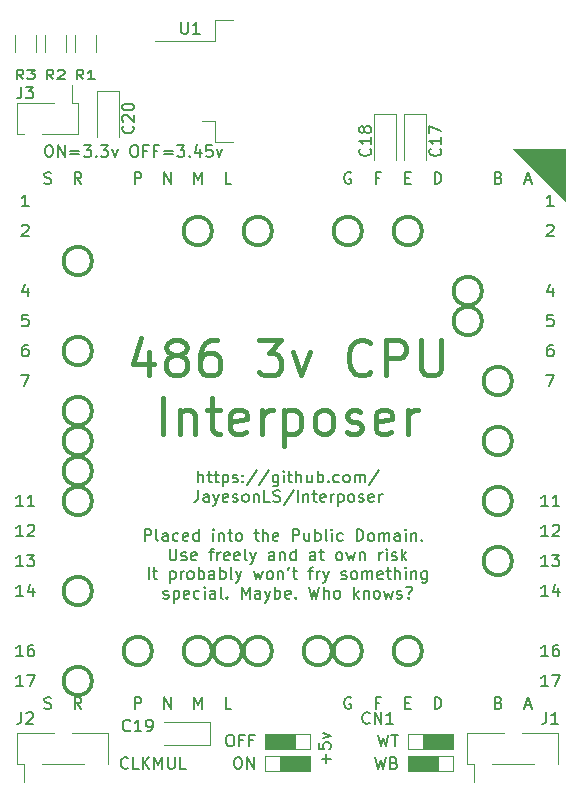
<source format=gto>
%TF.GenerationSoftware,KiCad,Pcbnew,(5.1.9)-1*%
%TF.CreationDate,2021-08-17T10:41:51+08:00*%
%TF.ProjectId,Interposer486_3v,496e7465-7270-46f7-9365-723438365f33,rev?*%
%TF.SameCoordinates,Original*%
%TF.FileFunction,Legend,Top*%
%TF.FilePolarity,Positive*%
%FSLAX46Y46*%
G04 Gerber Fmt 4.6, Leading zero omitted, Abs format (unit mm)*
G04 Created by KiCad (PCBNEW (5.1.9)-1) date 2021-08-17 10:41:51*
%MOMM*%
%LPD*%
G01*
G04 APERTURE LIST*
%ADD10C,0.150000*%
%ADD11C,0.450000*%
%ADD12C,0.120000*%
%ADD13C,0.100000*%
%ADD14C,0.300000*%
G04 APERTURE END LIST*
D10*
X160726428Y-108553095D02*
X160726428Y-107791190D01*
X161107380Y-108172142D02*
X160345476Y-108172142D01*
X160107380Y-106838809D02*
X160107380Y-107315000D01*
X160583571Y-107362619D01*
X160535952Y-107315000D01*
X160488333Y-107219761D01*
X160488333Y-106981666D01*
X160535952Y-106886428D01*
X160583571Y-106838809D01*
X160678809Y-106791190D01*
X160916904Y-106791190D01*
X161012142Y-106838809D01*
X161059761Y-106886428D01*
X161107380Y-106981666D01*
X161107380Y-107219761D01*
X161059761Y-107315000D01*
X161012142Y-107362619D01*
X160440714Y-106457857D02*
X161107380Y-106219761D01*
X160440714Y-105981666D01*
X145694285Y-92972380D02*
X145694285Y-91972380D01*
X146027619Y-92305714D02*
X146408571Y-92305714D01*
X146170476Y-91972380D02*
X146170476Y-92829523D01*
X146218095Y-92924761D01*
X146313333Y-92972380D01*
X146408571Y-92972380D01*
X147503809Y-92305714D02*
X147503809Y-93305714D01*
X147503809Y-92353333D02*
X147599047Y-92305714D01*
X147789523Y-92305714D01*
X147884761Y-92353333D01*
X147932380Y-92400952D01*
X147980000Y-92496190D01*
X147980000Y-92781904D01*
X147932380Y-92877142D01*
X147884761Y-92924761D01*
X147789523Y-92972380D01*
X147599047Y-92972380D01*
X147503809Y-92924761D01*
X148408571Y-92972380D02*
X148408571Y-92305714D01*
X148408571Y-92496190D02*
X148456190Y-92400952D01*
X148503809Y-92353333D01*
X148599047Y-92305714D01*
X148694285Y-92305714D01*
X149170476Y-92972380D02*
X149075238Y-92924761D01*
X149027619Y-92877142D01*
X148980000Y-92781904D01*
X148980000Y-92496190D01*
X149027619Y-92400952D01*
X149075238Y-92353333D01*
X149170476Y-92305714D01*
X149313333Y-92305714D01*
X149408571Y-92353333D01*
X149456190Y-92400952D01*
X149503809Y-92496190D01*
X149503809Y-92781904D01*
X149456190Y-92877142D01*
X149408571Y-92924761D01*
X149313333Y-92972380D01*
X149170476Y-92972380D01*
X149932380Y-92972380D02*
X149932380Y-91972380D01*
X149932380Y-92353333D02*
X150027619Y-92305714D01*
X150218095Y-92305714D01*
X150313333Y-92353333D01*
X150360952Y-92400952D01*
X150408571Y-92496190D01*
X150408571Y-92781904D01*
X150360952Y-92877142D01*
X150313333Y-92924761D01*
X150218095Y-92972380D01*
X150027619Y-92972380D01*
X149932380Y-92924761D01*
X151265714Y-92972380D02*
X151265714Y-92448571D01*
X151218095Y-92353333D01*
X151122857Y-92305714D01*
X150932380Y-92305714D01*
X150837142Y-92353333D01*
X151265714Y-92924761D02*
X151170476Y-92972380D01*
X150932380Y-92972380D01*
X150837142Y-92924761D01*
X150789523Y-92829523D01*
X150789523Y-92734285D01*
X150837142Y-92639047D01*
X150932380Y-92591428D01*
X151170476Y-92591428D01*
X151265714Y-92543809D01*
X151741904Y-92972380D02*
X151741904Y-91972380D01*
X151741904Y-92353333D02*
X151837142Y-92305714D01*
X152027619Y-92305714D01*
X152122857Y-92353333D01*
X152170476Y-92400952D01*
X152218095Y-92496190D01*
X152218095Y-92781904D01*
X152170476Y-92877142D01*
X152122857Y-92924761D01*
X152027619Y-92972380D01*
X151837142Y-92972380D01*
X151741904Y-92924761D01*
X152789523Y-92972380D02*
X152694285Y-92924761D01*
X152646666Y-92829523D01*
X152646666Y-91972380D01*
X153075238Y-92305714D02*
X153313333Y-92972380D01*
X153551428Y-92305714D02*
X153313333Y-92972380D01*
X153218095Y-93210476D01*
X153170476Y-93258095D01*
X153075238Y-93305714D01*
X154599047Y-92305714D02*
X154789523Y-92972380D01*
X154980000Y-92496190D01*
X155170476Y-92972380D01*
X155360952Y-92305714D01*
X155884761Y-92972380D02*
X155789523Y-92924761D01*
X155741904Y-92877142D01*
X155694285Y-92781904D01*
X155694285Y-92496190D01*
X155741904Y-92400952D01*
X155789523Y-92353333D01*
X155884761Y-92305714D01*
X156027619Y-92305714D01*
X156122857Y-92353333D01*
X156170476Y-92400952D01*
X156218095Y-92496190D01*
X156218095Y-92781904D01*
X156170476Y-92877142D01*
X156122857Y-92924761D01*
X156027619Y-92972380D01*
X155884761Y-92972380D01*
X156646666Y-92305714D02*
X156646666Y-92972380D01*
X156646666Y-92400952D02*
X156694285Y-92353333D01*
X156789523Y-92305714D01*
X156932380Y-92305714D01*
X157027619Y-92353333D01*
X157075238Y-92448571D01*
X157075238Y-92972380D01*
X157599047Y-91972380D02*
X157503809Y-92162857D01*
X157884761Y-92305714D02*
X158265714Y-92305714D01*
X158027619Y-91972380D02*
X158027619Y-92829523D01*
X158075238Y-92924761D01*
X158170476Y-92972380D01*
X158265714Y-92972380D01*
X159218095Y-92305714D02*
X159599047Y-92305714D01*
X159360952Y-92972380D02*
X159360952Y-92115238D01*
X159408571Y-92020000D01*
X159503809Y-91972380D01*
X159599047Y-91972380D01*
X159932380Y-92972380D02*
X159932380Y-92305714D01*
X159932380Y-92496190D02*
X159980000Y-92400952D01*
X160027619Y-92353333D01*
X160122857Y-92305714D01*
X160218095Y-92305714D01*
X160456190Y-92305714D02*
X160694285Y-92972380D01*
X160932380Y-92305714D02*
X160694285Y-92972380D01*
X160599047Y-93210476D01*
X160551428Y-93258095D01*
X160456190Y-93305714D01*
X162027619Y-92924761D02*
X162122857Y-92972380D01*
X162313333Y-92972380D01*
X162408571Y-92924761D01*
X162456190Y-92829523D01*
X162456190Y-92781904D01*
X162408571Y-92686666D01*
X162313333Y-92639047D01*
X162170476Y-92639047D01*
X162075238Y-92591428D01*
X162027619Y-92496190D01*
X162027619Y-92448571D01*
X162075238Y-92353333D01*
X162170476Y-92305714D01*
X162313333Y-92305714D01*
X162408571Y-92353333D01*
X163027619Y-92972380D02*
X162932380Y-92924761D01*
X162884761Y-92877142D01*
X162837142Y-92781904D01*
X162837142Y-92496190D01*
X162884761Y-92400952D01*
X162932380Y-92353333D01*
X163027619Y-92305714D01*
X163170476Y-92305714D01*
X163265714Y-92353333D01*
X163313333Y-92400952D01*
X163360952Y-92496190D01*
X163360952Y-92781904D01*
X163313333Y-92877142D01*
X163265714Y-92924761D01*
X163170476Y-92972380D01*
X163027619Y-92972380D01*
X163789523Y-92972380D02*
X163789523Y-92305714D01*
X163789523Y-92400952D02*
X163837142Y-92353333D01*
X163932380Y-92305714D01*
X164075238Y-92305714D01*
X164170476Y-92353333D01*
X164218095Y-92448571D01*
X164218095Y-92972380D01*
X164218095Y-92448571D02*
X164265714Y-92353333D01*
X164360952Y-92305714D01*
X164503809Y-92305714D01*
X164599047Y-92353333D01*
X164646666Y-92448571D01*
X164646666Y-92972380D01*
X165503809Y-92924761D02*
X165408571Y-92972380D01*
X165218095Y-92972380D01*
X165122857Y-92924761D01*
X165075238Y-92829523D01*
X165075238Y-92448571D01*
X165122857Y-92353333D01*
X165218095Y-92305714D01*
X165408571Y-92305714D01*
X165503809Y-92353333D01*
X165551428Y-92448571D01*
X165551428Y-92543809D01*
X165075238Y-92639047D01*
X165837142Y-92305714D02*
X166218095Y-92305714D01*
X165980000Y-91972380D02*
X165980000Y-92829523D01*
X166027619Y-92924761D01*
X166122857Y-92972380D01*
X166218095Y-92972380D01*
X166551428Y-92972380D02*
X166551428Y-91972380D01*
X166980000Y-92972380D02*
X166980000Y-92448571D01*
X166932380Y-92353333D01*
X166837142Y-92305714D01*
X166694285Y-92305714D01*
X166599047Y-92353333D01*
X166551428Y-92400952D01*
X167456190Y-92972380D02*
X167456190Y-92305714D01*
X167456190Y-91972380D02*
X167408571Y-92020000D01*
X167456190Y-92067619D01*
X167503809Y-92020000D01*
X167456190Y-91972380D01*
X167456190Y-92067619D01*
X167932380Y-92305714D02*
X167932380Y-92972380D01*
X167932380Y-92400952D02*
X167980000Y-92353333D01*
X168075238Y-92305714D01*
X168218095Y-92305714D01*
X168313333Y-92353333D01*
X168360952Y-92448571D01*
X168360952Y-92972380D01*
X169265714Y-92305714D02*
X169265714Y-93115238D01*
X169218095Y-93210476D01*
X169170476Y-93258095D01*
X169075238Y-93305714D01*
X168932380Y-93305714D01*
X168837142Y-93258095D01*
X169265714Y-92924761D02*
X169170476Y-92972380D01*
X168980000Y-92972380D01*
X168884761Y-92924761D01*
X168837142Y-92877142D01*
X168789523Y-92781904D01*
X168789523Y-92496190D01*
X168837142Y-92400952D01*
X168884761Y-92353333D01*
X168980000Y-92305714D01*
X169170476Y-92305714D01*
X169265714Y-92353333D01*
X146956190Y-94574761D02*
X147051428Y-94622380D01*
X147241904Y-94622380D01*
X147337142Y-94574761D01*
X147384761Y-94479523D01*
X147384761Y-94431904D01*
X147337142Y-94336666D01*
X147241904Y-94289047D01*
X147099047Y-94289047D01*
X147003809Y-94241428D01*
X146956190Y-94146190D01*
X146956190Y-94098571D01*
X147003809Y-94003333D01*
X147099047Y-93955714D01*
X147241904Y-93955714D01*
X147337142Y-94003333D01*
X147813333Y-93955714D02*
X147813333Y-94955714D01*
X147813333Y-94003333D02*
X147908571Y-93955714D01*
X148099047Y-93955714D01*
X148194285Y-94003333D01*
X148241904Y-94050952D01*
X148289523Y-94146190D01*
X148289523Y-94431904D01*
X148241904Y-94527142D01*
X148194285Y-94574761D01*
X148099047Y-94622380D01*
X147908571Y-94622380D01*
X147813333Y-94574761D01*
X149099047Y-94574761D02*
X149003809Y-94622380D01*
X148813333Y-94622380D01*
X148718095Y-94574761D01*
X148670476Y-94479523D01*
X148670476Y-94098571D01*
X148718095Y-94003333D01*
X148813333Y-93955714D01*
X149003809Y-93955714D01*
X149099047Y-94003333D01*
X149146666Y-94098571D01*
X149146666Y-94193809D01*
X148670476Y-94289047D01*
X150003809Y-94574761D02*
X149908571Y-94622380D01*
X149718095Y-94622380D01*
X149622857Y-94574761D01*
X149575238Y-94527142D01*
X149527619Y-94431904D01*
X149527619Y-94146190D01*
X149575238Y-94050952D01*
X149622857Y-94003333D01*
X149718095Y-93955714D01*
X149908571Y-93955714D01*
X150003809Y-94003333D01*
X150432380Y-94622380D02*
X150432380Y-93955714D01*
X150432380Y-93622380D02*
X150384761Y-93670000D01*
X150432380Y-93717619D01*
X150480000Y-93670000D01*
X150432380Y-93622380D01*
X150432380Y-93717619D01*
X151337142Y-94622380D02*
X151337142Y-94098571D01*
X151289523Y-94003333D01*
X151194285Y-93955714D01*
X151003809Y-93955714D01*
X150908571Y-94003333D01*
X151337142Y-94574761D02*
X151241904Y-94622380D01*
X151003809Y-94622380D01*
X150908571Y-94574761D01*
X150860952Y-94479523D01*
X150860952Y-94384285D01*
X150908571Y-94289047D01*
X151003809Y-94241428D01*
X151241904Y-94241428D01*
X151337142Y-94193809D01*
X151956190Y-94622380D02*
X151860952Y-94574761D01*
X151813333Y-94479523D01*
X151813333Y-93622380D01*
X152337142Y-94527142D02*
X152384761Y-94574761D01*
X152337142Y-94622380D01*
X152289523Y-94574761D01*
X152337142Y-94527142D01*
X152337142Y-94622380D01*
X153575238Y-94622380D02*
X153575238Y-93622380D01*
X153908571Y-94336666D01*
X154241904Y-93622380D01*
X154241904Y-94622380D01*
X155146666Y-94622380D02*
X155146666Y-94098571D01*
X155099047Y-94003333D01*
X155003809Y-93955714D01*
X154813333Y-93955714D01*
X154718095Y-94003333D01*
X155146666Y-94574761D02*
X155051428Y-94622380D01*
X154813333Y-94622380D01*
X154718095Y-94574761D01*
X154670476Y-94479523D01*
X154670476Y-94384285D01*
X154718095Y-94289047D01*
X154813333Y-94241428D01*
X155051428Y-94241428D01*
X155146666Y-94193809D01*
X155527619Y-93955714D02*
X155765714Y-94622380D01*
X156003809Y-93955714D02*
X155765714Y-94622380D01*
X155670476Y-94860476D01*
X155622857Y-94908095D01*
X155527619Y-94955714D01*
X156384761Y-94622380D02*
X156384761Y-93622380D01*
X156384761Y-94003333D02*
X156480000Y-93955714D01*
X156670476Y-93955714D01*
X156765714Y-94003333D01*
X156813333Y-94050952D01*
X156860952Y-94146190D01*
X156860952Y-94431904D01*
X156813333Y-94527142D01*
X156765714Y-94574761D01*
X156670476Y-94622380D01*
X156480000Y-94622380D01*
X156384761Y-94574761D01*
X157670476Y-94574761D02*
X157575238Y-94622380D01*
X157384761Y-94622380D01*
X157289523Y-94574761D01*
X157241904Y-94479523D01*
X157241904Y-94098571D01*
X157289523Y-94003333D01*
X157384761Y-93955714D01*
X157575238Y-93955714D01*
X157670476Y-94003333D01*
X157718095Y-94098571D01*
X157718095Y-94193809D01*
X157241904Y-94289047D01*
X158146666Y-94527142D02*
X158194285Y-94574761D01*
X158146666Y-94622380D01*
X158099047Y-94574761D01*
X158146666Y-94527142D01*
X158146666Y-94622380D01*
X159289523Y-93622380D02*
X159527619Y-94622380D01*
X159718095Y-93908095D01*
X159908571Y-94622380D01*
X160146666Y-93622380D01*
X160527619Y-94622380D02*
X160527619Y-93622380D01*
X160956190Y-94622380D02*
X160956190Y-94098571D01*
X160908571Y-94003333D01*
X160813333Y-93955714D01*
X160670476Y-93955714D01*
X160575238Y-94003333D01*
X160527619Y-94050952D01*
X161575238Y-94622380D02*
X161480000Y-94574761D01*
X161432380Y-94527142D01*
X161384761Y-94431904D01*
X161384761Y-94146190D01*
X161432380Y-94050952D01*
X161480000Y-94003333D01*
X161575238Y-93955714D01*
X161718095Y-93955714D01*
X161813333Y-94003333D01*
X161860952Y-94050952D01*
X161908571Y-94146190D01*
X161908571Y-94431904D01*
X161860952Y-94527142D01*
X161813333Y-94574761D01*
X161718095Y-94622380D01*
X161575238Y-94622380D01*
X163099047Y-94622380D02*
X163099047Y-93622380D01*
X163194285Y-94241428D02*
X163480000Y-94622380D01*
X163480000Y-93955714D02*
X163099047Y-94336666D01*
X163908571Y-93955714D02*
X163908571Y-94622380D01*
X163908571Y-94050952D02*
X163956190Y-94003333D01*
X164051428Y-93955714D01*
X164194285Y-93955714D01*
X164289523Y-94003333D01*
X164337142Y-94098571D01*
X164337142Y-94622380D01*
X164956190Y-94622380D02*
X164860952Y-94574761D01*
X164813333Y-94527142D01*
X164765714Y-94431904D01*
X164765714Y-94146190D01*
X164813333Y-94050952D01*
X164860952Y-94003333D01*
X164956190Y-93955714D01*
X165099047Y-93955714D01*
X165194285Y-94003333D01*
X165241904Y-94050952D01*
X165289523Y-94146190D01*
X165289523Y-94431904D01*
X165241904Y-94527142D01*
X165194285Y-94574761D01*
X165099047Y-94622380D01*
X164956190Y-94622380D01*
X165622857Y-93955714D02*
X165813333Y-94622380D01*
X166003809Y-94146190D01*
X166194285Y-94622380D01*
X166384761Y-93955714D01*
X166718095Y-94574761D02*
X166813333Y-94622380D01*
X167003809Y-94622380D01*
X167099047Y-94574761D01*
X167146666Y-94479523D01*
X167146666Y-94431904D01*
X167099047Y-94336666D01*
X167003809Y-94289047D01*
X166860952Y-94289047D01*
X166765714Y-94241428D01*
X166718095Y-94146190D01*
X166718095Y-94098571D01*
X166765714Y-94003333D01*
X166860952Y-93955714D01*
X167003809Y-93955714D01*
X167099047Y-94003333D01*
X167718095Y-94527142D02*
X167765714Y-94574761D01*
X167718095Y-94622380D01*
X167670476Y-94574761D01*
X167718095Y-94527142D01*
X167718095Y-94622380D01*
X167527619Y-93670000D02*
X167622857Y-93622380D01*
X167860952Y-93622380D01*
X167956190Y-93670000D01*
X168003809Y-93765238D01*
X168003809Y-93860476D01*
X167956190Y-93955714D01*
X167908571Y-94003333D01*
X167813333Y-94050952D01*
X167765714Y-94098571D01*
X167718095Y-94193809D01*
X167718095Y-94241428D01*
X149908571Y-84782380D02*
X149908571Y-83782380D01*
X150337142Y-84782380D02*
X150337142Y-84258571D01*
X150289523Y-84163333D01*
X150194285Y-84115714D01*
X150051428Y-84115714D01*
X149956190Y-84163333D01*
X149908571Y-84210952D01*
X150670476Y-84115714D02*
X151051428Y-84115714D01*
X150813333Y-83782380D02*
X150813333Y-84639523D01*
X150860952Y-84734761D01*
X150956190Y-84782380D01*
X151051428Y-84782380D01*
X151241904Y-84115714D02*
X151622857Y-84115714D01*
X151384761Y-83782380D02*
X151384761Y-84639523D01*
X151432380Y-84734761D01*
X151527619Y-84782380D01*
X151622857Y-84782380D01*
X151956190Y-84115714D02*
X151956190Y-85115714D01*
X151956190Y-84163333D02*
X152051428Y-84115714D01*
X152241904Y-84115714D01*
X152337142Y-84163333D01*
X152384761Y-84210952D01*
X152432380Y-84306190D01*
X152432380Y-84591904D01*
X152384761Y-84687142D01*
X152337142Y-84734761D01*
X152241904Y-84782380D01*
X152051428Y-84782380D01*
X151956190Y-84734761D01*
X152813333Y-84734761D02*
X152908571Y-84782380D01*
X153099047Y-84782380D01*
X153194285Y-84734761D01*
X153241904Y-84639523D01*
X153241904Y-84591904D01*
X153194285Y-84496666D01*
X153099047Y-84449047D01*
X152956190Y-84449047D01*
X152860952Y-84401428D01*
X152813333Y-84306190D01*
X152813333Y-84258571D01*
X152860952Y-84163333D01*
X152956190Y-84115714D01*
X153099047Y-84115714D01*
X153194285Y-84163333D01*
X153670476Y-84687142D02*
X153718095Y-84734761D01*
X153670476Y-84782380D01*
X153622857Y-84734761D01*
X153670476Y-84687142D01*
X153670476Y-84782380D01*
X153670476Y-84163333D02*
X153718095Y-84210952D01*
X153670476Y-84258571D01*
X153622857Y-84210952D01*
X153670476Y-84163333D01*
X153670476Y-84258571D01*
X154860952Y-83734761D02*
X154003809Y-85020476D01*
X155908571Y-83734761D02*
X155051428Y-85020476D01*
X156670476Y-84115714D02*
X156670476Y-84925238D01*
X156622857Y-85020476D01*
X156575238Y-85068095D01*
X156480000Y-85115714D01*
X156337142Y-85115714D01*
X156241904Y-85068095D01*
X156670476Y-84734761D02*
X156575238Y-84782380D01*
X156384761Y-84782380D01*
X156289523Y-84734761D01*
X156241904Y-84687142D01*
X156194285Y-84591904D01*
X156194285Y-84306190D01*
X156241904Y-84210952D01*
X156289523Y-84163333D01*
X156384761Y-84115714D01*
X156575238Y-84115714D01*
X156670476Y-84163333D01*
X157146666Y-84782380D02*
X157146666Y-84115714D01*
X157146666Y-83782380D02*
X157099047Y-83830000D01*
X157146666Y-83877619D01*
X157194285Y-83830000D01*
X157146666Y-83782380D01*
X157146666Y-83877619D01*
X157480000Y-84115714D02*
X157860952Y-84115714D01*
X157622857Y-83782380D02*
X157622857Y-84639523D01*
X157670476Y-84734761D01*
X157765714Y-84782380D01*
X157860952Y-84782380D01*
X158194285Y-84782380D02*
X158194285Y-83782380D01*
X158622857Y-84782380D02*
X158622857Y-84258571D01*
X158575238Y-84163333D01*
X158480000Y-84115714D01*
X158337142Y-84115714D01*
X158241904Y-84163333D01*
X158194285Y-84210952D01*
X159527619Y-84115714D02*
X159527619Y-84782380D01*
X159099047Y-84115714D02*
X159099047Y-84639523D01*
X159146666Y-84734761D01*
X159241904Y-84782380D01*
X159384761Y-84782380D01*
X159480000Y-84734761D01*
X159527619Y-84687142D01*
X160003809Y-84782380D02*
X160003809Y-83782380D01*
X160003809Y-84163333D02*
X160099047Y-84115714D01*
X160289523Y-84115714D01*
X160384761Y-84163333D01*
X160432380Y-84210952D01*
X160480000Y-84306190D01*
X160480000Y-84591904D01*
X160432380Y-84687142D01*
X160384761Y-84734761D01*
X160289523Y-84782380D01*
X160099047Y-84782380D01*
X160003809Y-84734761D01*
X160908571Y-84687142D02*
X160956190Y-84734761D01*
X160908571Y-84782380D01*
X160860952Y-84734761D01*
X160908571Y-84687142D01*
X160908571Y-84782380D01*
X161813333Y-84734761D02*
X161718095Y-84782380D01*
X161527619Y-84782380D01*
X161432380Y-84734761D01*
X161384761Y-84687142D01*
X161337142Y-84591904D01*
X161337142Y-84306190D01*
X161384761Y-84210952D01*
X161432380Y-84163333D01*
X161527619Y-84115714D01*
X161718095Y-84115714D01*
X161813333Y-84163333D01*
X162384761Y-84782380D02*
X162289523Y-84734761D01*
X162241904Y-84687142D01*
X162194285Y-84591904D01*
X162194285Y-84306190D01*
X162241904Y-84210952D01*
X162289523Y-84163333D01*
X162384761Y-84115714D01*
X162527619Y-84115714D01*
X162622857Y-84163333D01*
X162670476Y-84210952D01*
X162718095Y-84306190D01*
X162718095Y-84591904D01*
X162670476Y-84687142D01*
X162622857Y-84734761D01*
X162527619Y-84782380D01*
X162384761Y-84782380D01*
X163146666Y-84782380D02*
X163146666Y-84115714D01*
X163146666Y-84210952D02*
X163194285Y-84163333D01*
X163289523Y-84115714D01*
X163432380Y-84115714D01*
X163527619Y-84163333D01*
X163575238Y-84258571D01*
X163575238Y-84782380D01*
X163575238Y-84258571D02*
X163622857Y-84163333D01*
X163718095Y-84115714D01*
X163860952Y-84115714D01*
X163956190Y-84163333D01*
X164003809Y-84258571D01*
X164003809Y-84782380D01*
X165194285Y-83734761D02*
X164337142Y-85020476D01*
X149884761Y-85432380D02*
X149884761Y-86146666D01*
X149837142Y-86289523D01*
X149741904Y-86384761D01*
X149599047Y-86432380D01*
X149503809Y-86432380D01*
X150789523Y-86432380D02*
X150789523Y-85908571D01*
X150741904Y-85813333D01*
X150646666Y-85765714D01*
X150456190Y-85765714D01*
X150360952Y-85813333D01*
X150789523Y-86384761D02*
X150694285Y-86432380D01*
X150456190Y-86432380D01*
X150360952Y-86384761D01*
X150313333Y-86289523D01*
X150313333Y-86194285D01*
X150360952Y-86099047D01*
X150456190Y-86051428D01*
X150694285Y-86051428D01*
X150789523Y-86003809D01*
X151170476Y-85765714D02*
X151408571Y-86432380D01*
X151646666Y-85765714D02*
X151408571Y-86432380D01*
X151313333Y-86670476D01*
X151265714Y-86718095D01*
X151170476Y-86765714D01*
X152408571Y-86384761D02*
X152313333Y-86432380D01*
X152122857Y-86432380D01*
X152027619Y-86384761D01*
X151980000Y-86289523D01*
X151980000Y-85908571D01*
X152027619Y-85813333D01*
X152122857Y-85765714D01*
X152313333Y-85765714D01*
X152408571Y-85813333D01*
X152456190Y-85908571D01*
X152456190Y-86003809D01*
X151980000Y-86099047D01*
X152837142Y-86384761D02*
X152932380Y-86432380D01*
X153122857Y-86432380D01*
X153218095Y-86384761D01*
X153265714Y-86289523D01*
X153265714Y-86241904D01*
X153218095Y-86146666D01*
X153122857Y-86099047D01*
X152980000Y-86099047D01*
X152884761Y-86051428D01*
X152837142Y-85956190D01*
X152837142Y-85908571D01*
X152884761Y-85813333D01*
X152980000Y-85765714D01*
X153122857Y-85765714D01*
X153218095Y-85813333D01*
X153837142Y-86432380D02*
X153741904Y-86384761D01*
X153694285Y-86337142D01*
X153646666Y-86241904D01*
X153646666Y-85956190D01*
X153694285Y-85860952D01*
X153741904Y-85813333D01*
X153837142Y-85765714D01*
X153980000Y-85765714D01*
X154075238Y-85813333D01*
X154122857Y-85860952D01*
X154170476Y-85956190D01*
X154170476Y-86241904D01*
X154122857Y-86337142D01*
X154075238Y-86384761D01*
X153980000Y-86432380D01*
X153837142Y-86432380D01*
X154599047Y-85765714D02*
X154599047Y-86432380D01*
X154599047Y-85860952D02*
X154646666Y-85813333D01*
X154741904Y-85765714D01*
X154884761Y-85765714D01*
X154980000Y-85813333D01*
X155027619Y-85908571D01*
X155027619Y-86432380D01*
X155980000Y-86432380D02*
X155503809Y-86432380D01*
X155503809Y-85432380D01*
X156265714Y-86384761D02*
X156408571Y-86432380D01*
X156646666Y-86432380D01*
X156741904Y-86384761D01*
X156789523Y-86337142D01*
X156837142Y-86241904D01*
X156837142Y-86146666D01*
X156789523Y-86051428D01*
X156741904Y-86003809D01*
X156646666Y-85956190D01*
X156456190Y-85908571D01*
X156360952Y-85860952D01*
X156313333Y-85813333D01*
X156265714Y-85718095D01*
X156265714Y-85622857D01*
X156313333Y-85527619D01*
X156360952Y-85480000D01*
X156456190Y-85432380D01*
X156694285Y-85432380D01*
X156837142Y-85480000D01*
X157980000Y-85384761D02*
X157122857Y-86670476D01*
X158313333Y-86432380D02*
X158313333Y-85432380D01*
X158789523Y-85765714D02*
X158789523Y-86432380D01*
X158789523Y-85860952D02*
X158837142Y-85813333D01*
X158932380Y-85765714D01*
X159075238Y-85765714D01*
X159170476Y-85813333D01*
X159218095Y-85908571D01*
X159218095Y-86432380D01*
X159551428Y-85765714D02*
X159932380Y-85765714D01*
X159694285Y-85432380D02*
X159694285Y-86289523D01*
X159741904Y-86384761D01*
X159837142Y-86432380D01*
X159932380Y-86432380D01*
X160646666Y-86384761D02*
X160551428Y-86432380D01*
X160360952Y-86432380D01*
X160265714Y-86384761D01*
X160218095Y-86289523D01*
X160218095Y-85908571D01*
X160265714Y-85813333D01*
X160360952Y-85765714D01*
X160551428Y-85765714D01*
X160646666Y-85813333D01*
X160694285Y-85908571D01*
X160694285Y-86003809D01*
X160218095Y-86099047D01*
X161122857Y-86432380D02*
X161122857Y-85765714D01*
X161122857Y-85956190D02*
X161170476Y-85860952D01*
X161218095Y-85813333D01*
X161313333Y-85765714D01*
X161408571Y-85765714D01*
X161741904Y-85765714D02*
X161741904Y-86765714D01*
X161741904Y-85813333D02*
X161837142Y-85765714D01*
X162027619Y-85765714D01*
X162122857Y-85813333D01*
X162170476Y-85860952D01*
X162218095Y-85956190D01*
X162218095Y-86241904D01*
X162170476Y-86337142D01*
X162122857Y-86384761D01*
X162027619Y-86432380D01*
X161837142Y-86432380D01*
X161741904Y-86384761D01*
X162789523Y-86432380D02*
X162694285Y-86384761D01*
X162646666Y-86337142D01*
X162599047Y-86241904D01*
X162599047Y-85956190D01*
X162646666Y-85860952D01*
X162694285Y-85813333D01*
X162789523Y-85765714D01*
X162932380Y-85765714D01*
X163027619Y-85813333D01*
X163075238Y-85860952D01*
X163122857Y-85956190D01*
X163122857Y-86241904D01*
X163075238Y-86337142D01*
X163027619Y-86384761D01*
X162932380Y-86432380D01*
X162789523Y-86432380D01*
X163503809Y-86384761D02*
X163599047Y-86432380D01*
X163789523Y-86432380D01*
X163884761Y-86384761D01*
X163932380Y-86289523D01*
X163932380Y-86241904D01*
X163884761Y-86146666D01*
X163789523Y-86099047D01*
X163646666Y-86099047D01*
X163551428Y-86051428D01*
X163503809Y-85956190D01*
X163503809Y-85908571D01*
X163551428Y-85813333D01*
X163646666Y-85765714D01*
X163789523Y-85765714D01*
X163884761Y-85813333D01*
X164741904Y-86384761D02*
X164646666Y-86432380D01*
X164456190Y-86432380D01*
X164360952Y-86384761D01*
X164313333Y-86289523D01*
X164313333Y-85908571D01*
X164360952Y-85813333D01*
X164456190Y-85765714D01*
X164646666Y-85765714D01*
X164741904Y-85813333D01*
X164789523Y-85908571D01*
X164789523Y-86003809D01*
X164313333Y-86099047D01*
X165218095Y-86432380D02*
X165218095Y-85765714D01*
X165218095Y-85956190D02*
X165265714Y-85860952D01*
X165313333Y-85813333D01*
X165408571Y-85765714D01*
X165503809Y-85765714D01*
X145360952Y-89732380D02*
X145360952Y-88732380D01*
X145741904Y-88732380D01*
X145837142Y-88780000D01*
X145884761Y-88827619D01*
X145932380Y-88922857D01*
X145932380Y-89065714D01*
X145884761Y-89160952D01*
X145837142Y-89208571D01*
X145741904Y-89256190D01*
X145360952Y-89256190D01*
X146503809Y-89732380D02*
X146408571Y-89684761D01*
X146360952Y-89589523D01*
X146360952Y-88732380D01*
X147313333Y-89732380D02*
X147313333Y-89208571D01*
X147265714Y-89113333D01*
X147170476Y-89065714D01*
X146980000Y-89065714D01*
X146884761Y-89113333D01*
X147313333Y-89684761D02*
X147218095Y-89732380D01*
X146980000Y-89732380D01*
X146884761Y-89684761D01*
X146837142Y-89589523D01*
X146837142Y-89494285D01*
X146884761Y-89399047D01*
X146980000Y-89351428D01*
X147218095Y-89351428D01*
X147313333Y-89303809D01*
X148218095Y-89684761D02*
X148122857Y-89732380D01*
X147932380Y-89732380D01*
X147837142Y-89684761D01*
X147789523Y-89637142D01*
X147741904Y-89541904D01*
X147741904Y-89256190D01*
X147789523Y-89160952D01*
X147837142Y-89113333D01*
X147932380Y-89065714D01*
X148122857Y-89065714D01*
X148218095Y-89113333D01*
X149027619Y-89684761D02*
X148932380Y-89732380D01*
X148741904Y-89732380D01*
X148646666Y-89684761D01*
X148599047Y-89589523D01*
X148599047Y-89208571D01*
X148646666Y-89113333D01*
X148741904Y-89065714D01*
X148932380Y-89065714D01*
X149027619Y-89113333D01*
X149075238Y-89208571D01*
X149075238Y-89303809D01*
X148599047Y-89399047D01*
X149932380Y-89732380D02*
X149932380Y-88732380D01*
X149932380Y-89684761D02*
X149837142Y-89732380D01*
X149646666Y-89732380D01*
X149551428Y-89684761D01*
X149503809Y-89637142D01*
X149456190Y-89541904D01*
X149456190Y-89256190D01*
X149503809Y-89160952D01*
X149551428Y-89113333D01*
X149646666Y-89065714D01*
X149837142Y-89065714D01*
X149932380Y-89113333D01*
X151170476Y-89732380D02*
X151170476Y-89065714D01*
X151170476Y-88732380D02*
X151122857Y-88780000D01*
X151170476Y-88827619D01*
X151218095Y-88780000D01*
X151170476Y-88732380D01*
X151170476Y-88827619D01*
X151646666Y-89065714D02*
X151646666Y-89732380D01*
X151646666Y-89160952D02*
X151694285Y-89113333D01*
X151789523Y-89065714D01*
X151932380Y-89065714D01*
X152027619Y-89113333D01*
X152075238Y-89208571D01*
X152075238Y-89732380D01*
X152408571Y-89065714D02*
X152789523Y-89065714D01*
X152551428Y-88732380D02*
X152551428Y-89589523D01*
X152599047Y-89684761D01*
X152694285Y-89732380D01*
X152789523Y-89732380D01*
X153265714Y-89732380D02*
X153170476Y-89684761D01*
X153122857Y-89637142D01*
X153075238Y-89541904D01*
X153075238Y-89256190D01*
X153122857Y-89160952D01*
X153170476Y-89113333D01*
X153265714Y-89065714D01*
X153408571Y-89065714D01*
X153503809Y-89113333D01*
X153551428Y-89160952D01*
X153599047Y-89256190D01*
X153599047Y-89541904D01*
X153551428Y-89637142D01*
X153503809Y-89684761D01*
X153408571Y-89732380D01*
X153265714Y-89732380D01*
X154646666Y-89065714D02*
X155027619Y-89065714D01*
X154789523Y-88732380D02*
X154789523Y-89589523D01*
X154837142Y-89684761D01*
X154932380Y-89732380D01*
X155027619Y-89732380D01*
X155360952Y-89732380D02*
X155360952Y-88732380D01*
X155789523Y-89732380D02*
X155789523Y-89208571D01*
X155741904Y-89113333D01*
X155646666Y-89065714D01*
X155503809Y-89065714D01*
X155408571Y-89113333D01*
X155360952Y-89160952D01*
X156646666Y-89684761D02*
X156551428Y-89732380D01*
X156360952Y-89732380D01*
X156265714Y-89684761D01*
X156218095Y-89589523D01*
X156218095Y-89208571D01*
X156265714Y-89113333D01*
X156360952Y-89065714D01*
X156551428Y-89065714D01*
X156646666Y-89113333D01*
X156694285Y-89208571D01*
X156694285Y-89303809D01*
X156218095Y-89399047D01*
X157884761Y-89732380D02*
X157884761Y-88732380D01*
X158265714Y-88732380D01*
X158360952Y-88780000D01*
X158408571Y-88827619D01*
X158456190Y-88922857D01*
X158456190Y-89065714D01*
X158408571Y-89160952D01*
X158360952Y-89208571D01*
X158265714Y-89256190D01*
X157884761Y-89256190D01*
X159313333Y-89065714D02*
X159313333Y-89732380D01*
X158884761Y-89065714D02*
X158884761Y-89589523D01*
X158932380Y-89684761D01*
X159027619Y-89732380D01*
X159170476Y-89732380D01*
X159265714Y-89684761D01*
X159313333Y-89637142D01*
X159789523Y-89732380D02*
X159789523Y-88732380D01*
X159789523Y-89113333D02*
X159884761Y-89065714D01*
X160075238Y-89065714D01*
X160170476Y-89113333D01*
X160218095Y-89160952D01*
X160265714Y-89256190D01*
X160265714Y-89541904D01*
X160218095Y-89637142D01*
X160170476Y-89684761D01*
X160075238Y-89732380D01*
X159884761Y-89732380D01*
X159789523Y-89684761D01*
X160837142Y-89732380D02*
X160741904Y-89684761D01*
X160694285Y-89589523D01*
X160694285Y-88732380D01*
X161218095Y-89732380D02*
X161218095Y-89065714D01*
X161218095Y-88732380D02*
X161170476Y-88780000D01*
X161218095Y-88827619D01*
X161265714Y-88780000D01*
X161218095Y-88732380D01*
X161218095Y-88827619D01*
X162122857Y-89684761D02*
X162027619Y-89732380D01*
X161837142Y-89732380D01*
X161741904Y-89684761D01*
X161694285Y-89637142D01*
X161646666Y-89541904D01*
X161646666Y-89256190D01*
X161694285Y-89160952D01*
X161741904Y-89113333D01*
X161837142Y-89065714D01*
X162027619Y-89065714D01*
X162122857Y-89113333D01*
X163313333Y-89732380D02*
X163313333Y-88732380D01*
X163551428Y-88732380D01*
X163694285Y-88780000D01*
X163789523Y-88875238D01*
X163837142Y-88970476D01*
X163884761Y-89160952D01*
X163884761Y-89303809D01*
X163837142Y-89494285D01*
X163789523Y-89589523D01*
X163694285Y-89684761D01*
X163551428Y-89732380D01*
X163313333Y-89732380D01*
X164456190Y-89732380D02*
X164360952Y-89684761D01*
X164313333Y-89637142D01*
X164265714Y-89541904D01*
X164265714Y-89256190D01*
X164313333Y-89160952D01*
X164360952Y-89113333D01*
X164456190Y-89065714D01*
X164599047Y-89065714D01*
X164694285Y-89113333D01*
X164741904Y-89160952D01*
X164789523Y-89256190D01*
X164789523Y-89541904D01*
X164741904Y-89637142D01*
X164694285Y-89684761D01*
X164599047Y-89732380D01*
X164456190Y-89732380D01*
X165218095Y-89732380D02*
X165218095Y-89065714D01*
X165218095Y-89160952D02*
X165265714Y-89113333D01*
X165360952Y-89065714D01*
X165503809Y-89065714D01*
X165599047Y-89113333D01*
X165646666Y-89208571D01*
X165646666Y-89732380D01*
X165646666Y-89208571D02*
X165694285Y-89113333D01*
X165789523Y-89065714D01*
X165932380Y-89065714D01*
X166027619Y-89113333D01*
X166075238Y-89208571D01*
X166075238Y-89732380D01*
X166980000Y-89732380D02*
X166980000Y-89208571D01*
X166932380Y-89113333D01*
X166837142Y-89065714D01*
X166646666Y-89065714D01*
X166551428Y-89113333D01*
X166980000Y-89684761D02*
X166884761Y-89732380D01*
X166646666Y-89732380D01*
X166551428Y-89684761D01*
X166503809Y-89589523D01*
X166503809Y-89494285D01*
X166551428Y-89399047D01*
X166646666Y-89351428D01*
X166884761Y-89351428D01*
X166980000Y-89303809D01*
X167456190Y-89732380D02*
X167456190Y-89065714D01*
X167456190Y-88732380D02*
X167408571Y-88780000D01*
X167456190Y-88827619D01*
X167503809Y-88780000D01*
X167456190Y-88732380D01*
X167456190Y-88827619D01*
X167932380Y-89065714D02*
X167932380Y-89732380D01*
X167932380Y-89160952D02*
X167980000Y-89113333D01*
X168075238Y-89065714D01*
X168218095Y-89065714D01*
X168313333Y-89113333D01*
X168360952Y-89208571D01*
X168360952Y-89732380D01*
X168837142Y-89637142D02*
X168884761Y-89684761D01*
X168837142Y-89732380D01*
X168789523Y-89684761D01*
X168837142Y-89637142D01*
X168837142Y-89732380D01*
X147480000Y-90382380D02*
X147480000Y-91191904D01*
X147527619Y-91287142D01*
X147575238Y-91334761D01*
X147670476Y-91382380D01*
X147860952Y-91382380D01*
X147956190Y-91334761D01*
X148003809Y-91287142D01*
X148051428Y-91191904D01*
X148051428Y-90382380D01*
X148480000Y-91334761D02*
X148575238Y-91382380D01*
X148765714Y-91382380D01*
X148860952Y-91334761D01*
X148908571Y-91239523D01*
X148908571Y-91191904D01*
X148860952Y-91096666D01*
X148765714Y-91049047D01*
X148622857Y-91049047D01*
X148527619Y-91001428D01*
X148480000Y-90906190D01*
X148480000Y-90858571D01*
X148527619Y-90763333D01*
X148622857Y-90715714D01*
X148765714Y-90715714D01*
X148860952Y-90763333D01*
X149718095Y-91334761D02*
X149622857Y-91382380D01*
X149432380Y-91382380D01*
X149337142Y-91334761D01*
X149289523Y-91239523D01*
X149289523Y-90858571D01*
X149337142Y-90763333D01*
X149432380Y-90715714D01*
X149622857Y-90715714D01*
X149718095Y-90763333D01*
X149765714Y-90858571D01*
X149765714Y-90953809D01*
X149289523Y-91049047D01*
X150813333Y-90715714D02*
X151194285Y-90715714D01*
X150956190Y-91382380D02*
X150956190Y-90525238D01*
X151003809Y-90430000D01*
X151099047Y-90382380D01*
X151194285Y-90382380D01*
X151527619Y-91382380D02*
X151527619Y-90715714D01*
X151527619Y-90906190D02*
X151575238Y-90810952D01*
X151622857Y-90763333D01*
X151718095Y-90715714D01*
X151813333Y-90715714D01*
X152527619Y-91334761D02*
X152432380Y-91382380D01*
X152241904Y-91382380D01*
X152146666Y-91334761D01*
X152099047Y-91239523D01*
X152099047Y-90858571D01*
X152146666Y-90763333D01*
X152241904Y-90715714D01*
X152432380Y-90715714D01*
X152527619Y-90763333D01*
X152575238Y-90858571D01*
X152575238Y-90953809D01*
X152099047Y-91049047D01*
X153384761Y-91334761D02*
X153289523Y-91382380D01*
X153099047Y-91382380D01*
X153003809Y-91334761D01*
X152956190Y-91239523D01*
X152956190Y-90858571D01*
X153003809Y-90763333D01*
X153099047Y-90715714D01*
X153289523Y-90715714D01*
X153384761Y-90763333D01*
X153432380Y-90858571D01*
X153432380Y-90953809D01*
X152956190Y-91049047D01*
X154003809Y-91382380D02*
X153908571Y-91334761D01*
X153860952Y-91239523D01*
X153860952Y-90382380D01*
X154289523Y-90715714D02*
X154527619Y-91382380D01*
X154765714Y-90715714D02*
X154527619Y-91382380D01*
X154432380Y-91620476D01*
X154384761Y-91668095D01*
X154289523Y-91715714D01*
X156337142Y-91382380D02*
X156337142Y-90858571D01*
X156289523Y-90763333D01*
X156194285Y-90715714D01*
X156003809Y-90715714D01*
X155908571Y-90763333D01*
X156337142Y-91334761D02*
X156241904Y-91382380D01*
X156003809Y-91382380D01*
X155908571Y-91334761D01*
X155860952Y-91239523D01*
X155860952Y-91144285D01*
X155908571Y-91049047D01*
X156003809Y-91001428D01*
X156241904Y-91001428D01*
X156337142Y-90953809D01*
X156813333Y-90715714D02*
X156813333Y-91382380D01*
X156813333Y-90810952D02*
X156860952Y-90763333D01*
X156956190Y-90715714D01*
X157099047Y-90715714D01*
X157194285Y-90763333D01*
X157241904Y-90858571D01*
X157241904Y-91382380D01*
X158146666Y-91382380D02*
X158146666Y-90382380D01*
X158146666Y-91334761D02*
X158051428Y-91382380D01*
X157860952Y-91382380D01*
X157765714Y-91334761D01*
X157718095Y-91287142D01*
X157670476Y-91191904D01*
X157670476Y-90906190D01*
X157718095Y-90810952D01*
X157765714Y-90763333D01*
X157860952Y-90715714D01*
X158051428Y-90715714D01*
X158146666Y-90763333D01*
X159813333Y-91382380D02*
X159813333Y-90858571D01*
X159765714Y-90763333D01*
X159670476Y-90715714D01*
X159480000Y-90715714D01*
X159384761Y-90763333D01*
X159813333Y-91334761D02*
X159718095Y-91382380D01*
X159480000Y-91382380D01*
X159384761Y-91334761D01*
X159337142Y-91239523D01*
X159337142Y-91144285D01*
X159384761Y-91049047D01*
X159480000Y-91001428D01*
X159718095Y-91001428D01*
X159813333Y-90953809D01*
X160146666Y-90715714D02*
X160527619Y-90715714D01*
X160289523Y-90382380D02*
X160289523Y-91239523D01*
X160337142Y-91334761D01*
X160432380Y-91382380D01*
X160527619Y-91382380D01*
X161765714Y-91382380D02*
X161670476Y-91334761D01*
X161622857Y-91287142D01*
X161575238Y-91191904D01*
X161575238Y-90906190D01*
X161622857Y-90810952D01*
X161670476Y-90763333D01*
X161765714Y-90715714D01*
X161908571Y-90715714D01*
X162003809Y-90763333D01*
X162051428Y-90810952D01*
X162099047Y-90906190D01*
X162099047Y-91191904D01*
X162051428Y-91287142D01*
X162003809Y-91334761D01*
X161908571Y-91382380D01*
X161765714Y-91382380D01*
X162432380Y-90715714D02*
X162622857Y-91382380D01*
X162813333Y-90906190D01*
X163003809Y-91382380D01*
X163194285Y-90715714D01*
X163575238Y-90715714D02*
X163575238Y-91382380D01*
X163575238Y-90810952D02*
X163622857Y-90763333D01*
X163718095Y-90715714D01*
X163860952Y-90715714D01*
X163956190Y-90763333D01*
X164003809Y-90858571D01*
X164003809Y-91382380D01*
X165241904Y-91382380D02*
X165241904Y-90715714D01*
X165241904Y-90906190D02*
X165289523Y-90810952D01*
X165337142Y-90763333D01*
X165432380Y-90715714D01*
X165527619Y-90715714D01*
X165860952Y-91382380D02*
X165860952Y-90715714D01*
X165860952Y-90382380D02*
X165813333Y-90430000D01*
X165860952Y-90477619D01*
X165908571Y-90430000D01*
X165860952Y-90382380D01*
X165860952Y-90477619D01*
X166289523Y-91334761D02*
X166384761Y-91382380D01*
X166575238Y-91382380D01*
X166670476Y-91334761D01*
X166718095Y-91239523D01*
X166718095Y-91191904D01*
X166670476Y-91096666D01*
X166575238Y-91049047D01*
X166432380Y-91049047D01*
X166337142Y-91001428D01*
X166289523Y-90906190D01*
X166289523Y-90858571D01*
X166337142Y-90763333D01*
X166432380Y-90715714D01*
X166575238Y-90715714D01*
X166670476Y-90763333D01*
X167146666Y-91382380D02*
X167146666Y-90382380D01*
X167241904Y-91001428D02*
X167527619Y-91382380D01*
X167527619Y-90715714D02*
X167146666Y-91096666D01*
D11*
X145765714Y-73717142D02*
X145765714Y-75717142D01*
X145051428Y-72574285D02*
X144337142Y-74717142D01*
X146194285Y-74717142D01*
X147765714Y-74002857D02*
X147480000Y-73860000D01*
X147337142Y-73717142D01*
X147194285Y-73431428D01*
X147194285Y-73288571D01*
X147337142Y-73002857D01*
X147480000Y-72860000D01*
X147765714Y-72717142D01*
X148337142Y-72717142D01*
X148622857Y-72860000D01*
X148765714Y-73002857D01*
X148908571Y-73288571D01*
X148908571Y-73431428D01*
X148765714Y-73717142D01*
X148622857Y-73860000D01*
X148337142Y-74002857D01*
X147765714Y-74002857D01*
X147480000Y-74145714D01*
X147337142Y-74288571D01*
X147194285Y-74574285D01*
X147194285Y-75145714D01*
X147337142Y-75431428D01*
X147480000Y-75574285D01*
X147765714Y-75717142D01*
X148337142Y-75717142D01*
X148622857Y-75574285D01*
X148765714Y-75431428D01*
X148908571Y-75145714D01*
X148908571Y-74574285D01*
X148765714Y-74288571D01*
X148622857Y-74145714D01*
X148337142Y-74002857D01*
X151480000Y-72717142D02*
X150908571Y-72717142D01*
X150622857Y-72860000D01*
X150480000Y-73002857D01*
X150194285Y-73431428D01*
X150051428Y-74002857D01*
X150051428Y-75145714D01*
X150194285Y-75431428D01*
X150337142Y-75574285D01*
X150622857Y-75717142D01*
X151194285Y-75717142D01*
X151480000Y-75574285D01*
X151622857Y-75431428D01*
X151765714Y-75145714D01*
X151765714Y-74431428D01*
X151622857Y-74145714D01*
X151480000Y-74002857D01*
X151194285Y-73860000D01*
X150622857Y-73860000D01*
X150337142Y-74002857D01*
X150194285Y-74145714D01*
X150051428Y-74431428D01*
X155051428Y-72717142D02*
X156908571Y-72717142D01*
X155908571Y-73860000D01*
X156337142Y-73860000D01*
X156622857Y-74002857D01*
X156765714Y-74145714D01*
X156908571Y-74431428D01*
X156908571Y-75145714D01*
X156765714Y-75431428D01*
X156622857Y-75574285D01*
X156337142Y-75717142D01*
X155480000Y-75717142D01*
X155194285Y-75574285D01*
X155051428Y-75431428D01*
X157908571Y-73717142D02*
X158622857Y-75717142D01*
X159337142Y-73717142D01*
X164480000Y-75431428D02*
X164337142Y-75574285D01*
X163908571Y-75717142D01*
X163622857Y-75717142D01*
X163194285Y-75574285D01*
X162908571Y-75288571D01*
X162765714Y-75002857D01*
X162622857Y-74431428D01*
X162622857Y-74002857D01*
X162765714Y-73431428D01*
X162908571Y-73145714D01*
X163194285Y-72860000D01*
X163622857Y-72717142D01*
X163908571Y-72717142D01*
X164337142Y-72860000D01*
X164480000Y-73002857D01*
X165765714Y-75717142D02*
X165765714Y-72717142D01*
X166908571Y-72717142D01*
X167194285Y-72860000D01*
X167337142Y-73002857D01*
X167480000Y-73288571D01*
X167480000Y-73717142D01*
X167337142Y-74002857D01*
X167194285Y-74145714D01*
X166908571Y-74288571D01*
X165765714Y-74288571D01*
X168765714Y-72717142D02*
X168765714Y-75145714D01*
X168908571Y-75431428D01*
X169051428Y-75574285D01*
X169337142Y-75717142D01*
X169908571Y-75717142D01*
X170194285Y-75574285D01*
X170337142Y-75431428D01*
X170480000Y-75145714D01*
X170480000Y-72717142D01*
X146908571Y-80667142D02*
X146908571Y-77667142D01*
X148337142Y-78667142D02*
X148337142Y-80667142D01*
X148337142Y-78952857D02*
X148480000Y-78810000D01*
X148765714Y-78667142D01*
X149194285Y-78667142D01*
X149480000Y-78810000D01*
X149622857Y-79095714D01*
X149622857Y-80667142D01*
X150622857Y-78667142D02*
X151765714Y-78667142D01*
X151051428Y-77667142D02*
X151051428Y-80238571D01*
X151194285Y-80524285D01*
X151480000Y-80667142D01*
X151765714Y-80667142D01*
X153908571Y-80524285D02*
X153622857Y-80667142D01*
X153051428Y-80667142D01*
X152765714Y-80524285D01*
X152622857Y-80238571D01*
X152622857Y-79095714D01*
X152765714Y-78810000D01*
X153051428Y-78667142D01*
X153622857Y-78667142D01*
X153908571Y-78810000D01*
X154051428Y-79095714D01*
X154051428Y-79381428D01*
X152622857Y-79667142D01*
X155337142Y-80667142D02*
X155337142Y-78667142D01*
X155337142Y-79238571D02*
X155480000Y-78952857D01*
X155622857Y-78810000D01*
X155908571Y-78667142D01*
X156194285Y-78667142D01*
X157194285Y-78667142D02*
X157194285Y-81667142D01*
X157194285Y-78810000D02*
X157480000Y-78667142D01*
X158051428Y-78667142D01*
X158337142Y-78810000D01*
X158480000Y-78952857D01*
X158622857Y-79238571D01*
X158622857Y-80095714D01*
X158480000Y-80381428D01*
X158337142Y-80524285D01*
X158051428Y-80667142D01*
X157480000Y-80667142D01*
X157194285Y-80524285D01*
X160337142Y-80667142D02*
X160051428Y-80524285D01*
X159908571Y-80381428D01*
X159765714Y-80095714D01*
X159765714Y-79238571D01*
X159908571Y-78952857D01*
X160051428Y-78810000D01*
X160337142Y-78667142D01*
X160765714Y-78667142D01*
X161051428Y-78810000D01*
X161194285Y-78952857D01*
X161337142Y-79238571D01*
X161337142Y-80095714D01*
X161194285Y-80381428D01*
X161051428Y-80524285D01*
X160765714Y-80667142D01*
X160337142Y-80667142D01*
X162480000Y-80524285D02*
X162765714Y-80667142D01*
X163337142Y-80667142D01*
X163622857Y-80524285D01*
X163765714Y-80238571D01*
X163765714Y-80095714D01*
X163622857Y-79810000D01*
X163337142Y-79667142D01*
X162908571Y-79667142D01*
X162622857Y-79524285D01*
X162480000Y-79238571D01*
X162480000Y-79095714D01*
X162622857Y-78810000D01*
X162908571Y-78667142D01*
X163337142Y-78667142D01*
X163622857Y-78810000D01*
X166194285Y-80524285D02*
X165908571Y-80667142D01*
X165337142Y-80667142D01*
X165051428Y-80524285D01*
X164908571Y-80238571D01*
X164908571Y-79095714D01*
X165051428Y-78810000D01*
X165337142Y-78667142D01*
X165908571Y-78667142D01*
X166194285Y-78810000D01*
X166337142Y-79095714D01*
X166337142Y-79381428D01*
X164908571Y-79667142D01*
X167622857Y-80667142D02*
X167622857Y-78667142D01*
X167622857Y-79238571D02*
X167765714Y-78952857D01*
X167908571Y-78810000D01*
X168194285Y-78667142D01*
X168480000Y-78667142D01*
D10*
X137160904Y-56221380D02*
X137351380Y-56221380D01*
X137446619Y-56269000D01*
X137541857Y-56364238D01*
X137589476Y-56554714D01*
X137589476Y-56888047D01*
X137541857Y-57078523D01*
X137446619Y-57173761D01*
X137351380Y-57221380D01*
X137160904Y-57221380D01*
X137065666Y-57173761D01*
X136970428Y-57078523D01*
X136922809Y-56888047D01*
X136922809Y-56554714D01*
X136970428Y-56364238D01*
X137065666Y-56269000D01*
X137160904Y-56221380D01*
X138018047Y-57221380D02*
X138018047Y-56221380D01*
X138589476Y-57221380D01*
X138589476Y-56221380D01*
X139065666Y-56697571D02*
X139827571Y-56697571D01*
X139827571Y-56983285D02*
X139065666Y-56983285D01*
X140208523Y-56221380D02*
X140827571Y-56221380D01*
X140494238Y-56602333D01*
X140637095Y-56602333D01*
X140732333Y-56649952D01*
X140779952Y-56697571D01*
X140827571Y-56792809D01*
X140827571Y-57030904D01*
X140779952Y-57126142D01*
X140732333Y-57173761D01*
X140637095Y-57221380D01*
X140351380Y-57221380D01*
X140256142Y-57173761D01*
X140208523Y-57126142D01*
X141256142Y-57126142D02*
X141303761Y-57173761D01*
X141256142Y-57221380D01*
X141208523Y-57173761D01*
X141256142Y-57126142D01*
X141256142Y-57221380D01*
X141637095Y-56221380D02*
X142256142Y-56221380D01*
X141922809Y-56602333D01*
X142065666Y-56602333D01*
X142160904Y-56649952D01*
X142208523Y-56697571D01*
X142256142Y-56792809D01*
X142256142Y-57030904D01*
X142208523Y-57126142D01*
X142160904Y-57173761D01*
X142065666Y-57221380D01*
X141779952Y-57221380D01*
X141684714Y-57173761D01*
X141637095Y-57126142D01*
X142589476Y-56554714D02*
X142827571Y-57221380D01*
X143065666Y-56554714D01*
X144399000Y-56221380D02*
X144589476Y-56221380D01*
X144684714Y-56269000D01*
X144779952Y-56364238D01*
X144827571Y-56554714D01*
X144827571Y-56888047D01*
X144779952Y-57078523D01*
X144684714Y-57173761D01*
X144589476Y-57221380D01*
X144399000Y-57221380D01*
X144303761Y-57173761D01*
X144208523Y-57078523D01*
X144160904Y-56888047D01*
X144160904Y-56554714D01*
X144208523Y-56364238D01*
X144303761Y-56269000D01*
X144399000Y-56221380D01*
X145589476Y-56697571D02*
X145256142Y-56697571D01*
X145256142Y-57221380D02*
X145256142Y-56221380D01*
X145732333Y-56221380D01*
X146446619Y-56697571D02*
X146113285Y-56697571D01*
X146113285Y-57221380D02*
X146113285Y-56221380D01*
X146589476Y-56221380D01*
X146970428Y-56697571D02*
X147732333Y-56697571D01*
X147732333Y-56983285D02*
X146970428Y-56983285D01*
X148113285Y-56221380D02*
X148732333Y-56221380D01*
X148399000Y-56602333D01*
X148541857Y-56602333D01*
X148637095Y-56649952D01*
X148684714Y-56697571D01*
X148732333Y-56792809D01*
X148732333Y-57030904D01*
X148684714Y-57126142D01*
X148637095Y-57173761D01*
X148541857Y-57221380D01*
X148256142Y-57221380D01*
X148160904Y-57173761D01*
X148113285Y-57126142D01*
X149160904Y-57126142D02*
X149208523Y-57173761D01*
X149160904Y-57221380D01*
X149113285Y-57173761D01*
X149160904Y-57126142D01*
X149160904Y-57221380D01*
X150065666Y-56554714D02*
X150065666Y-57221380D01*
X149827571Y-56173761D02*
X149589476Y-56888047D01*
X150208523Y-56888047D01*
X151065666Y-56221380D02*
X150589476Y-56221380D01*
X150541857Y-56697571D01*
X150589476Y-56649952D01*
X150684714Y-56602333D01*
X150922809Y-56602333D01*
X151018047Y-56649952D01*
X151065666Y-56697571D01*
X151113285Y-56792809D01*
X151113285Y-57030904D01*
X151065666Y-57126142D01*
X151018047Y-57173761D01*
X150922809Y-57221380D01*
X150684714Y-57221380D01*
X150589476Y-57173761D01*
X150541857Y-57126142D01*
X151446619Y-56554714D02*
X151684714Y-57221380D01*
X151922809Y-56554714D01*
X143954761Y-108942142D02*
X143907142Y-108989761D01*
X143764285Y-109037380D01*
X143669047Y-109037380D01*
X143526190Y-108989761D01*
X143430952Y-108894523D01*
X143383333Y-108799285D01*
X143335714Y-108608809D01*
X143335714Y-108465952D01*
X143383333Y-108275476D01*
X143430952Y-108180238D01*
X143526190Y-108085000D01*
X143669047Y-108037380D01*
X143764285Y-108037380D01*
X143907142Y-108085000D01*
X143954761Y-108132619D01*
X144859523Y-109037380D02*
X144383333Y-109037380D01*
X144383333Y-108037380D01*
X145192857Y-109037380D02*
X145192857Y-108037380D01*
X145764285Y-109037380D02*
X145335714Y-108465952D01*
X145764285Y-108037380D02*
X145192857Y-108608809D01*
X146192857Y-109037380D02*
X146192857Y-108037380D01*
X146526190Y-108751666D01*
X146859523Y-108037380D01*
X146859523Y-109037380D01*
X147335714Y-108037380D02*
X147335714Y-108846904D01*
X147383333Y-108942142D01*
X147430952Y-108989761D01*
X147526190Y-109037380D01*
X147716666Y-109037380D01*
X147811904Y-108989761D01*
X147859523Y-108942142D01*
X147907142Y-108846904D01*
X147907142Y-108037380D01*
X148859523Y-109037380D02*
X148383333Y-109037380D01*
X148383333Y-108037380D01*
X153175833Y-108037380D02*
X153366309Y-108037380D01*
X153461547Y-108085000D01*
X153556785Y-108180238D01*
X153604404Y-108370714D01*
X153604404Y-108704047D01*
X153556785Y-108894523D01*
X153461547Y-108989761D01*
X153366309Y-109037380D01*
X153175833Y-109037380D01*
X153080595Y-108989761D01*
X152985357Y-108894523D01*
X152937738Y-108704047D01*
X152937738Y-108370714D01*
X152985357Y-108180238D01*
X153080595Y-108085000D01*
X153175833Y-108037380D01*
X154032976Y-109037380D02*
X154032976Y-108037380D01*
X154604404Y-109037380D01*
X154604404Y-108037380D01*
X152509166Y-106132380D02*
X152699642Y-106132380D01*
X152794880Y-106180000D01*
X152890119Y-106275238D01*
X152937738Y-106465714D01*
X152937738Y-106799047D01*
X152890119Y-106989523D01*
X152794880Y-107084761D01*
X152699642Y-107132380D01*
X152509166Y-107132380D01*
X152413928Y-107084761D01*
X152318690Y-106989523D01*
X152271071Y-106799047D01*
X152271071Y-106465714D01*
X152318690Y-106275238D01*
X152413928Y-106180000D01*
X152509166Y-106132380D01*
X153699642Y-106608571D02*
X153366309Y-106608571D01*
X153366309Y-107132380D02*
X153366309Y-106132380D01*
X153842500Y-106132380D01*
X154556785Y-106608571D02*
X154223452Y-106608571D01*
X154223452Y-107132380D02*
X154223452Y-106132380D01*
X154699642Y-106132380D01*
D12*
X155575000Y-107950000D02*
X159385000Y-107950000D01*
X159385000Y-109220000D02*
X155575000Y-109220000D01*
D13*
G36*
X159385000Y-109220000D02*
G01*
X156845000Y-109220000D01*
X156845000Y-107950000D01*
X159385000Y-107950000D01*
X159385000Y-109220000D01*
G37*
X159385000Y-109220000D02*
X156845000Y-109220000D01*
X156845000Y-107950000D01*
X159385000Y-107950000D01*
X159385000Y-109220000D01*
G36*
X158115000Y-107315000D02*
G01*
X155575000Y-107315000D01*
X155575000Y-106045000D01*
X158115000Y-106045000D01*
X158115000Y-107315000D01*
G37*
X158115000Y-107315000D02*
X155575000Y-107315000D01*
X155575000Y-106045000D01*
X158115000Y-106045000D01*
X158115000Y-107315000D01*
D12*
X155575000Y-107315000D02*
X155575000Y-106045000D01*
X159385000Y-107315000D02*
X155575000Y-107315000D01*
X155575000Y-106045000D02*
X159385000Y-106045000D01*
X159385000Y-107950000D02*
X159385000Y-109220000D01*
X155575000Y-109220000D02*
X155575000Y-107950000D01*
X159385000Y-106045000D02*
X159385000Y-107315000D01*
D13*
G36*
X170180000Y-109220000D02*
G01*
X167640000Y-109220000D01*
X167640000Y-107950000D01*
X170180000Y-107950000D01*
X170180000Y-109220000D01*
G37*
X170180000Y-109220000D02*
X167640000Y-109220000D01*
X167640000Y-107950000D01*
X170180000Y-107950000D01*
X170180000Y-109220000D01*
G36*
X171450000Y-107315000D02*
G01*
X168910000Y-107315000D01*
X168910000Y-106045000D01*
X171450000Y-106045000D01*
X171450000Y-107315000D01*
G37*
X171450000Y-107315000D02*
X168910000Y-107315000D01*
X168910000Y-106045000D01*
X171450000Y-106045000D01*
X171450000Y-107315000D01*
D10*
X164907500Y-108037380D02*
X165145595Y-109037380D01*
X165336071Y-108323095D01*
X165526547Y-109037380D01*
X165764642Y-108037380D01*
X166478928Y-108513571D02*
X166621785Y-108561190D01*
X166669404Y-108608809D01*
X166717023Y-108704047D01*
X166717023Y-108846904D01*
X166669404Y-108942142D01*
X166621785Y-108989761D01*
X166526547Y-109037380D01*
X166145595Y-109037380D01*
X166145595Y-108037380D01*
X166478928Y-108037380D01*
X166574166Y-108085000D01*
X166621785Y-108132619D01*
X166669404Y-108227857D01*
X166669404Y-108323095D01*
X166621785Y-108418333D01*
X166574166Y-108465952D01*
X166478928Y-108513571D01*
X166145595Y-108513571D01*
X165145595Y-106132380D02*
X165383690Y-107132380D01*
X165574166Y-106418095D01*
X165764642Y-107132380D01*
X166002738Y-106132380D01*
X166240833Y-106132380D02*
X166812261Y-106132380D01*
X166526547Y-107132380D02*
X166526547Y-106132380D01*
D12*
X167640000Y-109220000D02*
X167640000Y-107950000D01*
X171450000Y-109220000D02*
X167640000Y-109220000D01*
X171450000Y-107950000D02*
X171450000Y-109220000D01*
X167640000Y-107950000D02*
X171450000Y-107950000D01*
X167640000Y-106045000D02*
X171450000Y-106045000D01*
X167640000Y-107315000D02*
X167640000Y-106045000D01*
X171450000Y-107315000D02*
X167640000Y-107315000D01*
X171450000Y-106045000D02*
X171450000Y-107315000D01*
D13*
G36*
X180975000Y-60960000D02*
G01*
X176530000Y-56515000D01*
X180975000Y-56515000D01*
X180975000Y-60960000D01*
G37*
X180975000Y-60960000D02*
X176530000Y-56515000D01*
X180975000Y-56515000D01*
X180975000Y-60960000D01*
D10*
X169918095Y-103957380D02*
X169918095Y-102957380D01*
X170156190Y-102957380D01*
X170299047Y-103005000D01*
X170394285Y-103100238D01*
X170441904Y-103195476D01*
X170489523Y-103385952D01*
X170489523Y-103528809D01*
X170441904Y-103719285D01*
X170394285Y-103814523D01*
X170299047Y-103909761D01*
X170156190Y-103957380D01*
X169918095Y-103957380D01*
X177561904Y-103671666D02*
X178038095Y-103671666D01*
X177466666Y-103957380D02*
X177800000Y-102957380D01*
X178133333Y-103957380D01*
X165242857Y-103433571D02*
X164909523Y-103433571D01*
X164909523Y-103957380D02*
X164909523Y-102957380D01*
X165385714Y-102957380D01*
X162821904Y-103005000D02*
X162726666Y-102957380D01*
X162583809Y-102957380D01*
X162440952Y-103005000D01*
X162345714Y-103100238D01*
X162298095Y-103195476D01*
X162250476Y-103385952D01*
X162250476Y-103528809D01*
X162298095Y-103719285D01*
X162345714Y-103814523D01*
X162440952Y-103909761D01*
X162583809Y-103957380D01*
X162679047Y-103957380D01*
X162821904Y-103909761D01*
X162869523Y-103862142D01*
X162869523Y-103528809D01*
X162679047Y-103528809D01*
X147034285Y-103957380D02*
X147034285Y-102957380D01*
X147605714Y-103957380D01*
X147605714Y-102957380D01*
X140009523Y-103957380D02*
X139676190Y-103481190D01*
X139438095Y-103957380D02*
X139438095Y-102957380D01*
X139819047Y-102957380D01*
X139914285Y-103005000D01*
X139961904Y-103052619D01*
X140009523Y-103147857D01*
X140009523Y-103290714D01*
X139961904Y-103385952D01*
X139914285Y-103433571D01*
X139819047Y-103481190D01*
X139438095Y-103481190D01*
X136874285Y-103909761D02*
X137017142Y-103957380D01*
X137255238Y-103957380D01*
X137350476Y-103909761D01*
X137398095Y-103862142D01*
X137445714Y-103766904D01*
X137445714Y-103671666D01*
X137398095Y-103576428D01*
X137350476Y-103528809D01*
X137255238Y-103481190D01*
X137064761Y-103433571D01*
X136969523Y-103385952D01*
X136921904Y-103338333D01*
X136874285Y-103243095D01*
X136874285Y-103147857D01*
X136921904Y-103052619D01*
X136969523Y-103005000D01*
X137064761Y-102957380D01*
X137302857Y-102957380D01*
X137445714Y-103005000D01*
X175331428Y-103433571D02*
X175474285Y-103481190D01*
X175521904Y-103528809D01*
X175569523Y-103624047D01*
X175569523Y-103766904D01*
X175521904Y-103862142D01*
X175474285Y-103909761D01*
X175379047Y-103957380D01*
X174998095Y-103957380D01*
X174998095Y-102957380D01*
X175331428Y-102957380D01*
X175426666Y-103005000D01*
X175474285Y-103052619D01*
X175521904Y-103147857D01*
X175521904Y-103243095D01*
X175474285Y-103338333D01*
X175426666Y-103385952D01*
X175331428Y-103433571D01*
X174998095Y-103433571D01*
X144518095Y-103957380D02*
X144518095Y-102957380D01*
X144899047Y-102957380D01*
X144994285Y-103005000D01*
X145041904Y-103052619D01*
X145089523Y-103147857D01*
X145089523Y-103290714D01*
X145041904Y-103385952D01*
X144994285Y-103433571D01*
X144899047Y-103481190D01*
X144518095Y-103481190D01*
X167425714Y-103433571D02*
X167759047Y-103433571D01*
X167901904Y-103957380D02*
X167425714Y-103957380D01*
X167425714Y-102957380D01*
X167901904Y-102957380D01*
X152709523Y-103957380D02*
X152233333Y-103957380D01*
X152233333Y-102957380D01*
X149526666Y-103957380D02*
X149526666Y-102957380D01*
X149860000Y-103671666D01*
X150193333Y-102957380D01*
X150193333Y-103957380D01*
X135064523Y-89352380D02*
X134493095Y-89352380D01*
X134778809Y-89352380D02*
X134778809Y-88352380D01*
X134683571Y-88495238D01*
X134588333Y-88590476D01*
X134493095Y-88638095D01*
X135445476Y-88447619D02*
X135493095Y-88400000D01*
X135588333Y-88352380D01*
X135826428Y-88352380D01*
X135921666Y-88400000D01*
X135969285Y-88447619D01*
X136016904Y-88542857D01*
X136016904Y-88638095D01*
X135969285Y-88780952D01*
X135397857Y-89352380D01*
X136016904Y-89352380D01*
X135445476Y-68365714D02*
X135445476Y-69032380D01*
X135207380Y-67984761D02*
X134969285Y-68699047D01*
X135588333Y-68699047D01*
X135493095Y-70572380D02*
X135016904Y-70572380D01*
X134969285Y-71048571D01*
X135016904Y-71000952D01*
X135112142Y-70953333D01*
X135350238Y-70953333D01*
X135445476Y-71000952D01*
X135493095Y-71048571D01*
X135540714Y-71143809D01*
X135540714Y-71381904D01*
X135493095Y-71477142D01*
X135445476Y-71524761D01*
X135350238Y-71572380D01*
X135112142Y-71572380D01*
X135016904Y-71524761D01*
X134969285Y-71477142D01*
X135445476Y-73112380D02*
X135255000Y-73112380D01*
X135159761Y-73160000D01*
X135112142Y-73207619D01*
X135016904Y-73350476D01*
X134969285Y-73540952D01*
X134969285Y-73921904D01*
X135016904Y-74017142D01*
X135064523Y-74064761D01*
X135159761Y-74112380D01*
X135350238Y-74112380D01*
X135445476Y-74064761D01*
X135493095Y-74017142D01*
X135540714Y-73921904D01*
X135540714Y-73683809D01*
X135493095Y-73588571D01*
X135445476Y-73540952D01*
X135350238Y-73493333D01*
X135159761Y-73493333D01*
X135064523Y-73540952D01*
X135016904Y-73588571D01*
X134969285Y-73683809D01*
X134921666Y-75652380D02*
X135588333Y-75652380D01*
X135159761Y-76652380D01*
X135064523Y-86812380D02*
X134493095Y-86812380D01*
X134778809Y-86812380D02*
X134778809Y-85812380D01*
X134683571Y-85955238D01*
X134588333Y-86050476D01*
X134493095Y-86098095D01*
X136016904Y-86812380D02*
X135445476Y-86812380D01*
X135731190Y-86812380D02*
X135731190Y-85812380D01*
X135635952Y-85955238D01*
X135540714Y-86050476D01*
X135445476Y-86098095D01*
X135064523Y-91892380D02*
X134493095Y-91892380D01*
X134778809Y-91892380D02*
X134778809Y-90892380D01*
X134683571Y-91035238D01*
X134588333Y-91130476D01*
X134493095Y-91178095D01*
X135397857Y-90892380D02*
X136016904Y-90892380D01*
X135683571Y-91273333D01*
X135826428Y-91273333D01*
X135921666Y-91320952D01*
X135969285Y-91368571D01*
X136016904Y-91463809D01*
X136016904Y-91701904D01*
X135969285Y-91797142D01*
X135921666Y-91844761D01*
X135826428Y-91892380D01*
X135540714Y-91892380D01*
X135445476Y-91844761D01*
X135397857Y-91797142D01*
X135064523Y-94432380D02*
X134493095Y-94432380D01*
X134778809Y-94432380D02*
X134778809Y-93432380D01*
X134683571Y-93575238D01*
X134588333Y-93670476D01*
X134493095Y-93718095D01*
X135921666Y-93765714D02*
X135921666Y-94432380D01*
X135683571Y-93384761D02*
X135445476Y-94099047D01*
X136064523Y-94099047D01*
X135064523Y-99512380D02*
X134493095Y-99512380D01*
X134778809Y-99512380D02*
X134778809Y-98512380D01*
X134683571Y-98655238D01*
X134588333Y-98750476D01*
X134493095Y-98798095D01*
X135921666Y-98512380D02*
X135731190Y-98512380D01*
X135635952Y-98560000D01*
X135588333Y-98607619D01*
X135493095Y-98750476D01*
X135445476Y-98940952D01*
X135445476Y-99321904D01*
X135493095Y-99417142D01*
X135540714Y-99464761D01*
X135635952Y-99512380D01*
X135826428Y-99512380D01*
X135921666Y-99464761D01*
X135969285Y-99417142D01*
X136016904Y-99321904D01*
X136016904Y-99083809D01*
X135969285Y-98988571D01*
X135921666Y-98940952D01*
X135826428Y-98893333D01*
X135635952Y-98893333D01*
X135540714Y-98940952D01*
X135493095Y-98988571D01*
X135445476Y-99083809D01*
X135064523Y-102052380D02*
X134493095Y-102052380D01*
X134778809Y-102052380D02*
X134778809Y-101052380D01*
X134683571Y-101195238D01*
X134588333Y-101290476D01*
X134493095Y-101338095D01*
X135397857Y-101052380D02*
X136064523Y-101052380D01*
X135635952Y-102052380D01*
X135540714Y-61412380D02*
X134969285Y-61412380D01*
X135255000Y-61412380D02*
X135255000Y-60412380D01*
X135159761Y-60555238D01*
X135064523Y-60650476D01*
X134969285Y-60698095D01*
X134969285Y-63047619D02*
X135016904Y-63000000D01*
X135112142Y-62952380D01*
X135350238Y-62952380D01*
X135445476Y-63000000D01*
X135493095Y-63047619D01*
X135540714Y-63142857D01*
X135540714Y-63238095D01*
X135493095Y-63380952D01*
X134921666Y-63952380D01*
X135540714Y-63952380D01*
X179514523Y-102052380D02*
X178943095Y-102052380D01*
X179228809Y-102052380D02*
X179228809Y-101052380D01*
X179133571Y-101195238D01*
X179038333Y-101290476D01*
X178943095Y-101338095D01*
X179847857Y-101052380D02*
X180514523Y-101052380D01*
X180085952Y-102052380D01*
X179514523Y-99512380D02*
X178943095Y-99512380D01*
X179228809Y-99512380D02*
X179228809Y-98512380D01*
X179133571Y-98655238D01*
X179038333Y-98750476D01*
X178943095Y-98798095D01*
X180371666Y-98512380D02*
X180181190Y-98512380D01*
X180085952Y-98560000D01*
X180038333Y-98607619D01*
X179943095Y-98750476D01*
X179895476Y-98940952D01*
X179895476Y-99321904D01*
X179943095Y-99417142D01*
X179990714Y-99464761D01*
X180085952Y-99512380D01*
X180276428Y-99512380D01*
X180371666Y-99464761D01*
X180419285Y-99417142D01*
X180466904Y-99321904D01*
X180466904Y-99083809D01*
X180419285Y-98988571D01*
X180371666Y-98940952D01*
X180276428Y-98893333D01*
X180085952Y-98893333D01*
X179990714Y-98940952D01*
X179943095Y-98988571D01*
X179895476Y-99083809D01*
X179514523Y-94432380D02*
X178943095Y-94432380D01*
X179228809Y-94432380D02*
X179228809Y-93432380D01*
X179133571Y-93575238D01*
X179038333Y-93670476D01*
X178943095Y-93718095D01*
X180371666Y-93765714D02*
X180371666Y-94432380D01*
X180133571Y-93384761D02*
X179895476Y-94099047D01*
X180514523Y-94099047D01*
X179514523Y-91892380D02*
X178943095Y-91892380D01*
X179228809Y-91892380D02*
X179228809Y-90892380D01*
X179133571Y-91035238D01*
X179038333Y-91130476D01*
X178943095Y-91178095D01*
X179847857Y-90892380D02*
X180466904Y-90892380D01*
X180133571Y-91273333D01*
X180276428Y-91273333D01*
X180371666Y-91320952D01*
X180419285Y-91368571D01*
X180466904Y-91463809D01*
X180466904Y-91701904D01*
X180419285Y-91797142D01*
X180371666Y-91844761D01*
X180276428Y-91892380D01*
X179990714Y-91892380D01*
X179895476Y-91844761D01*
X179847857Y-91797142D01*
X179514523Y-89352380D02*
X178943095Y-89352380D01*
X179228809Y-89352380D02*
X179228809Y-88352380D01*
X179133571Y-88495238D01*
X179038333Y-88590476D01*
X178943095Y-88638095D01*
X179895476Y-88447619D02*
X179943095Y-88400000D01*
X180038333Y-88352380D01*
X180276428Y-88352380D01*
X180371666Y-88400000D01*
X180419285Y-88447619D01*
X180466904Y-88542857D01*
X180466904Y-88638095D01*
X180419285Y-88780952D01*
X179847857Y-89352380D01*
X180466904Y-89352380D01*
X179514523Y-86812380D02*
X178943095Y-86812380D01*
X179228809Y-86812380D02*
X179228809Y-85812380D01*
X179133571Y-85955238D01*
X179038333Y-86050476D01*
X178943095Y-86098095D01*
X180466904Y-86812380D02*
X179895476Y-86812380D01*
X180181190Y-86812380D02*
X180181190Y-85812380D01*
X180085952Y-85955238D01*
X179990714Y-86050476D01*
X179895476Y-86098095D01*
X179371666Y-75652380D02*
X180038333Y-75652380D01*
X179609761Y-76652380D01*
X179895476Y-73112380D02*
X179705000Y-73112380D01*
X179609761Y-73160000D01*
X179562142Y-73207619D01*
X179466904Y-73350476D01*
X179419285Y-73540952D01*
X179419285Y-73921904D01*
X179466904Y-74017142D01*
X179514523Y-74064761D01*
X179609761Y-74112380D01*
X179800238Y-74112380D01*
X179895476Y-74064761D01*
X179943095Y-74017142D01*
X179990714Y-73921904D01*
X179990714Y-73683809D01*
X179943095Y-73588571D01*
X179895476Y-73540952D01*
X179800238Y-73493333D01*
X179609761Y-73493333D01*
X179514523Y-73540952D01*
X179466904Y-73588571D01*
X179419285Y-73683809D01*
X179943095Y-70572380D02*
X179466904Y-70572380D01*
X179419285Y-71048571D01*
X179466904Y-71000952D01*
X179562142Y-70953333D01*
X179800238Y-70953333D01*
X179895476Y-71000952D01*
X179943095Y-71048571D01*
X179990714Y-71143809D01*
X179990714Y-71381904D01*
X179943095Y-71477142D01*
X179895476Y-71524761D01*
X179800238Y-71572380D01*
X179562142Y-71572380D01*
X179466904Y-71524761D01*
X179419285Y-71477142D01*
X179895476Y-68365714D02*
X179895476Y-69032380D01*
X179657380Y-67984761D02*
X179419285Y-68699047D01*
X180038333Y-68699047D01*
X179419285Y-63047619D02*
X179466904Y-63000000D01*
X179562142Y-62952380D01*
X179800238Y-62952380D01*
X179895476Y-63000000D01*
X179943095Y-63047619D01*
X179990714Y-63142857D01*
X179990714Y-63238095D01*
X179943095Y-63380952D01*
X179371666Y-63952380D01*
X179990714Y-63952380D01*
X179990714Y-61412380D02*
X179419285Y-61412380D01*
X179705000Y-61412380D02*
X179705000Y-60412380D01*
X179609761Y-60555238D01*
X179514523Y-60650476D01*
X179419285Y-60698095D01*
X136874285Y-59459761D02*
X137017142Y-59507380D01*
X137255238Y-59507380D01*
X137350476Y-59459761D01*
X137398095Y-59412142D01*
X137445714Y-59316904D01*
X137445714Y-59221666D01*
X137398095Y-59126428D01*
X137350476Y-59078809D01*
X137255238Y-59031190D01*
X137064761Y-58983571D01*
X136969523Y-58935952D01*
X136921904Y-58888333D01*
X136874285Y-58793095D01*
X136874285Y-58697857D01*
X136921904Y-58602619D01*
X136969523Y-58555000D01*
X137064761Y-58507380D01*
X137302857Y-58507380D01*
X137445714Y-58555000D01*
X140009523Y-59507380D02*
X139676190Y-59031190D01*
X139438095Y-59507380D02*
X139438095Y-58507380D01*
X139819047Y-58507380D01*
X139914285Y-58555000D01*
X139961904Y-58602619D01*
X140009523Y-58697857D01*
X140009523Y-58840714D01*
X139961904Y-58935952D01*
X139914285Y-58983571D01*
X139819047Y-59031190D01*
X139438095Y-59031190D01*
X144518095Y-59507380D02*
X144518095Y-58507380D01*
X144899047Y-58507380D01*
X144994285Y-58555000D01*
X145041904Y-58602619D01*
X145089523Y-58697857D01*
X145089523Y-58840714D01*
X145041904Y-58935952D01*
X144994285Y-58983571D01*
X144899047Y-59031190D01*
X144518095Y-59031190D01*
X147034285Y-59507380D02*
X147034285Y-58507380D01*
X147605714Y-59507380D01*
X147605714Y-58507380D01*
X149526666Y-59507380D02*
X149526666Y-58507380D01*
X149860000Y-59221666D01*
X150193333Y-58507380D01*
X150193333Y-59507380D01*
X152709523Y-59507380D02*
X152233333Y-59507380D01*
X152233333Y-58507380D01*
X162821904Y-58555000D02*
X162726666Y-58507380D01*
X162583809Y-58507380D01*
X162440952Y-58555000D01*
X162345714Y-58650238D01*
X162298095Y-58745476D01*
X162250476Y-58935952D01*
X162250476Y-59078809D01*
X162298095Y-59269285D01*
X162345714Y-59364523D01*
X162440952Y-59459761D01*
X162583809Y-59507380D01*
X162679047Y-59507380D01*
X162821904Y-59459761D01*
X162869523Y-59412142D01*
X162869523Y-59078809D01*
X162679047Y-59078809D01*
X165242857Y-58983571D02*
X164909523Y-58983571D01*
X164909523Y-59507380D02*
X164909523Y-58507380D01*
X165385714Y-58507380D01*
X167425714Y-58983571D02*
X167759047Y-58983571D01*
X167901904Y-59507380D02*
X167425714Y-59507380D01*
X167425714Y-58507380D01*
X167901904Y-58507380D01*
X169918095Y-59507380D02*
X169918095Y-58507380D01*
X170156190Y-58507380D01*
X170299047Y-58555000D01*
X170394285Y-58650238D01*
X170441904Y-58745476D01*
X170489523Y-58935952D01*
X170489523Y-59078809D01*
X170441904Y-59269285D01*
X170394285Y-59364523D01*
X170299047Y-59459761D01*
X170156190Y-59507380D01*
X169918095Y-59507380D01*
X175331428Y-58983571D02*
X175474285Y-59031190D01*
X175521904Y-59078809D01*
X175569523Y-59174047D01*
X175569523Y-59316904D01*
X175521904Y-59412142D01*
X175474285Y-59459761D01*
X175379047Y-59507380D01*
X174998095Y-59507380D01*
X174998095Y-58507380D01*
X175331428Y-58507380D01*
X175426666Y-58555000D01*
X175474285Y-58602619D01*
X175521904Y-58697857D01*
X175521904Y-58793095D01*
X175474285Y-58888333D01*
X175426666Y-58935952D01*
X175331428Y-58983571D01*
X174998095Y-58983571D01*
X177561904Y-59221666D02*
X178038095Y-59221666D01*
X177466666Y-59507380D02*
X177800000Y-58507380D01*
X178133333Y-59507380D01*
D12*
%TO.C,J1*%
X172660000Y-108645000D02*
X172660000Y-105985000D01*
X180400000Y-108645000D02*
X180400000Y-105985000D01*
X172660000Y-105985000D02*
X175770000Y-105985000D01*
X173230000Y-108645000D02*
X173230000Y-110165000D01*
X172660000Y-108645000D02*
X173230000Y-108645000D01*
X179830000Y-105985000D02*
X180400000Y-105985000D01*
X177290000Y-105985000D02*
X180400000Y-105985000D01*
X174750000Y-108645000D02*
X178310000Y-108645000D01*
%TO.C,R2*%
X138705000Y-46897936D02*
X138705000Y-48352064D01*
X136885000Y-46897936D02*
X136885000Y-48352064D01*
%TO.C,J2*%
X134560000Y-108645000D02*
X134560000Y-105985000D01*
X142300000Y-108645000D02*
X142300000Y-105985000D01*
X134560000Y-105985000D02*
X137670000Y-105985000D01*
X135130000Y-108645000D02*
X135130000Y-110165000D01*
X134560000Y-108645000D02*
X135130000Y-108645000D01*
X141730000Y-105985000D02*
X142300000Y-105985000D01*
X139190000Y-105985000D02*
X142300000Y-105985000D01*
X136650000Y-108645000D02*
X140210000Y-108645000D01*
%TO.C,U1*%
X152855000Y-45600000D02*
X151355000Y-45600000D01*
X151355000Y-45600000D02*
X151355000Y-47410000D01*
X151355000Y-47410000D02*
X146230000Y-47410000D01*
X152855000Y-56000000D02*
X151355000Y-56000000D01*
X151355000Y-56000000D02*
X151355000Y-54190000D01*
X151355000Y-54190000D02*
X150255000Y-54190000D01*
%TO.C,R3*%
X136165000Y-46897936D02*
X136165000Y-48352064D01*
X134345000Y-46897936D02*
X134345000Y-48352064D01*
%TO.C,R1*%
X139425000Y-48352064D02*
X139425000Y-46897936D01*
X141245000Y-48352064D02*
X141245000Y-46897936D01*
%TO.C,J3*%
X139760000Y-52645000D02*
X139760000Y-55305000D01*
X134560000Y-52645000D02*
X134560000Y-55305000D01*
X139760000Y-55305000D02*
X136650000Y-55305000D01*
X139190000Y-52645000D02*
X139190000Y-51125000D01*
X139760000Y-52645000D02*
X139190000Y-52645000D01*
X135130000Y-55305000D02*
X134560000Y-55305000D01*
X137670000Y-52645000D02*
X134560000Y-52645000D01*
%TO.C,C20*%
X143175000Y-55575000D02*
X143175000Y-51665000D01*
X143175000Y-51665000D02*
X141305000Y-51665000D01*
X141305000Y-51665000D02*
X141305000Y-55575000D01*
%TO.C,C19*%
X146990000Y-106980000D02*
X150900000Y-106980000D01*
X150900000Y-106980000D02*
X150900000Y-105110000D01*
X150900000Y-105110000D02*
X146990000Y-105110000D01*
%TO.C,C18*%
X166670000Y-57480000D02*
X166670000Y-53570000D01*
X166670000Y-53570000D02*
X164800000Y-53570000D01*
X164800000Y-53570000D02*
X164800000Y-57480000D01*
%TO.C,C17*%
X169210000Y-57480000D02*
X169210000Y-53570000D01*
X169210000Y-53570000D02*
X167340000Y-53570000D01*
X167340000Y-53570000D02*
X167340000Y-57480000D01*
D14*
%TO.C,HR17*%
X140900000Y-101600000D02*
G75*
G03*
X140900000Y-101600000I-1200000J0D01*
G01*
%TO.C,HR14*%
X140900000Y-93980000D02*
G75*
G03*
X140900000Y-93980000I-1200000J0D01*
G01*
%TO.C,HR11*%
X140900000Y-86360000D02*
G75*
G03*
X140900000Y-86360000I-1200000J0D01*
G01*
%TO.C,HR10*%
X140900000Y-83820000D02*
G75*
G03*
X140900000Y-83820000I-1200000J0D01*
G01*
%TO.C,HR9*%
X140900000Y-81280000D02*
G75*
G03*
X140900000Y-81280000I-1200000J0D01*
G01*
%TO.C,HR8*%
X140900000Y-78740000D02*
G75*
G03*
X140900000Y-78740000I-1200000J0D01*
G01*
%TO.C,HR6*%
X140900000Y-73660000D02*
G75*
G03*
X140900000Y-73660000I-1200000J0D01*
G01*
%TO.C,HR3*%
X140900000Y-66040000D02*
G75*
G03*
X140900000Y-66040000I-1200000J0D01*
G01*
%TO.C,HP16*%
X145980000Y-99060000D02*
G75*
G03*
X145980000Y-99060000I-1200000J0D01*
G01*
%TO.C,HM16*%
X151060000Y-99060000D02*
G75*
G03*
X151060000Y-99060000I-1200000J0D01*
G01*
%TO.C,HM2*%
X151060000Y-63500000D02*
G75*
G03*
X151060000Y-63500000I-1200000J0D01*
G01*
%TO.C,HL16*%
X153600000Y-99060000D02*
G75*
G03*
X153600000Y-99060000I-1200000J0D01*
G01*
%TO.C,HK16*%
X156140000Y-99060000D02*
G75*
G03*
X156140000Y-99060000I-1200000J0D01*
G01*
%TO.C,HK2*%
X156140000Y-63500000D02*
G75*
G03*
X156140000Y-63500000I-1200000J0D01*
G01*
%TO.C,HH16*%
X161220000Y-99060000D02*
G75*
G03*
X161220000Y-99060000I-1200000J0D01*
G01*
%TO.C,HG16*%
X163760000Y-99060000D02*
G75*
G03*
X163760000Y-99060000I-1200000J0D01*
G01*
%TO.C,HG2*%
X163760000Y-63500000D02*
G75*
G03*
X163760000Y-63500000I-1200000J0D01*
G01*
%TO.C,HE16*%
X168840000Y-99060000D02*
G75*
G03*
X168840000Y-99060000I-1200000J0D01*
G01*
%TO.C,HE2*%
X168840000Y-63500000D02*
G75*
G03*
X168840000Y-63500000I-1200000J0D01*
G01*
%TO.C,HC5*%
X173920000Y-71120000D02*
G75*
G03*
X173920000Y-71120000I-1200000J0D01*
G01*
%TO.C,HC4*%
X173920000Y-68580000D02*
G75*
G03*
X173920000Y-68580000I-1200000J0D01*
G01*
%TO.C,HB13*%
X176460000Y-91440000D02*
G75*
G03*
X176460000Y-91440000I-1200000J0D01*
G01*
%TO.C,HB11*%
X176460000Y-86360000D02*
G75*
G03*
X176460000Y-86360000I-1200000J0D01*
G01*
%TO.C,HB9*%
X176460000Y-81280000D02*
G75*
G03*
X176460000Y-81280000I-1200000J0D01*
G01*
%TO.C,HB7*%
X176460000Y-76200000D02*
G75*
G03*
X176460000Y-76200000I-1200000J0D01*
G01*
%TO.C,CN1*%
D10*
X164409523Y-105132142D02*
X164361904Y-105179761D01*
X164219047Y-105227380D01*
X164123809Y-105227380D01*
X163980952Y-105179761D01*
X163885714Y-105084523D01*
X163838095Y-104989285D01*
X163790476Y-104798809D01*
X163790476Y-104655952D01*
X163838095Y-104465476D01*
X163885714Y-104370238D01*
X163980952Y-104275000D01*
X164123809Y-104227380D01*
X164219047Y-104227380D01*
X164361904Y-104275000D01*
X164409523Y-104322619D01*
X164838095Y-105227380D02*
X164838095Y-104227380D01*
X165409523Y-105227380D01*
X165409523Y-104227380D01*
X166409523Y-105227380D02*
X165838095Y-105227380D01*
X166123809Y-105227380D02*
X166123809Y-104227380D01*
X166028571Y-104370238D01*
X165933333Y-104465476D01*
X165838095Y-104513095D01*
%TO.C,J1*%
X179371666Y-104227380D02*
X179371666Y-104941666D01*
X179324047Y-105084523D01*
X179228809Y-105179761D01*
X179085952Y-105227380D01*
X178990714Y-105227380D01*
X180371666Y-105227380D02*
X179800238Y-105227380D01*
X180085952Y-105227380D02*
X180085952Y-104227380D01*
X179990714Y-104370238D01*
X179895476Y-104465476D01*
X179800238Y-104513095D01*
%TO.C,R2*%
X137628333Y-50653904D02*
X137295000Y-50272952D01*
X137056904Y-50653904D02*
X137056904Y-49853904D01*
X137437857Y-49853904D01*
X137533095Y-49892000D01*
X137580714Y-49930095D01*
X137628333Y-50006285D01*
X137628333Y-50120571D01*
X137580714Y-50196761D01*
X137533095Y-50234857D01*
X137437857Y-50272952D01*
X137056904Y-50272952D01*
X138009285Y-49930095D02*
X138056904Y-49892000D01*
X138152142Y-49853904D01*
X138390238Y-49853904D01*
X138485476Y-49892000D01*
X138533095Y-49930095D01*
X138580714Y-50006285D01*
X138580714Y-50082476D01*
X138533095Y-50196761D01*
X137961666Y-50653904D01*
X138580714Y-50653904D01*
%TO.C,J2*%
X134921666Y-104227380D02*
X134921666Y-104941666D01*
X134874047Y-105084523D01*
X134778809Y-105179761D01*
X134635952Y-105227380D01*
X134540714Y-105227380D01*
X135350238Y-104322619D02*
X135397857Y-104275000D01*
X135493095Y-104227380D01*
X135731190Y-104227380D01*
X135826428Y-104275000D01*
X135874047Y-104322619D01*
X135921666Y-104417857D01*
X135921666Y-104513095D01*
X135874047Y-104655952D01*
X135302619Y-105227380D01*
X135921666Y-105227380D01*
%TO.C,U1*%
X148463095Y-45807380D02*
X148463095Y-46616904D01*
X148510714Y-46712142D01*
X148558333Y-46759761D01*
X148653571Y-46807380D01*
X148844047Y-46807380D01*
X148939285Y-46759761D01*
X148986904Y-46712142D01*
X149034523Y-46616904D01*
X149034523Y-45807380D01*
X150034523Y-46807380D02*
X149463095Y-46807380D01*
X149748809Y-46807380D02*
X149748809Y-45807380D01*
X149653571Y-45950238D01*
X149558333Y-46045476D01*
X149463095Y-46093095D01*
%TO.C,R3*%
X135088333Y-50653904D02*
X134755000Y-50272952D01*
X134516904Y-50653904D02*
X134516904Y-49853904D01*
X134897857Y-49853904D01*
X134993095Y-49892000D01*
X135040714Y-49930095D01*
X135088333Y-50006285D01*
X135088333Y-50120571D01*
X135040714Y-50196761D01*
X134993095Y-50234857D01*
X134897857Y-50272952D01*
X134516904Y-50272952D01*
X135421666Y-49853904D02*
X136040714Y-49853904D01*
X135707380Y-50158666D01*
X135850238Y-50158666D01*
X135945476Y-50196761D01*
X135993095Y-50234857D01*
X136040714Y-50311047D01*
X136040714Y-50501523D01*
X135993095Y-50577714D01*
X135945476Y-50615809D01*
X135850238Y-50653904D01*
X135564523Y-50653904D01*
X135469285Y-50615809D01*
X135421666Y-50577714D01*
%TO.C,R1*%
X140168333Y-50653904D02*
X139835000Y-50272952D01*
X139596904Y-50653904D02*
X139596904Y-49853904D01*
X139977857Y-49853904D01*
X140073095Y-49892000D01*
X140120714Y-49930095D01*
X140168333Y-50006285D01*
X140168333Y-50120571D01*
X140120714Y-50196761D01*
X140073095Y-50234857D01*
X139977857Y-50272952D01*
X139596904Y-50272952D01*
X141120714Y-50653904D02*
X140549285Y-50653904D01*
X140835000Y-50653904D02*
X140835000Y-49853904D01*
X140739761Y-49968190D01*
X140644523Y-50044380D01*
X140549285Y-50082476D01*
%TO.C,J3*%
X134921666Y-51268380D02*
X134921666Y-51982666D01*
X134874047Y-52125523D01*
X134778809Y-52220761D01*
X134635952Y-52268380D01*
X134540714Y-52268380D01*
X135302619Y-51268380D02*
X135921666Y-51268380D01*
X135588333Y-51649333D01*
X135731190Y-51649333D01*
X135826428Y-51696952D01*
X135874047Y-51744571D01*
X135921666Y-51839809D01*
X135921666Y-52077904D01*
X135874047Y-52173142D01*
X135826428Y-52220761D01*
X135731190Y-52268380D01*
X135445476Y-52268380D01*
X135350238Y-52220761D01*
X135302619Y-52173142D01*
%TO.C,C20*%
X144347142Y-54617857D02*
X144394761Y-54665476D01*
X144442380Y-54808333D01*
X144442380Y-54903571D01*
X144394761Y-55046428D01*
X144299523Y-55141666D01*
X144204285Y-55189285D01*
X144013809Y-55236904D01*
X143870952Y-55236904D01*
X143680476Y-55189285D01*
X143585238Y-55141666D01*
X143490000Y-55046428D01*
X143442380Y-54903571D01*
X143442380Y-54808333D01*
X143490000Y-54665476D01*
X143537619Y-54617857D01*
X143537619Y-54236904D02*
X143490000Y-54189285D01*
X143442380Y-54094047D01*
X143442380Y-53855952D01*
X143490000Y-53760714D01*
X143537619Y-53713095D01*
X143632857Y-53665476D01*
X143728095Y-53665476D01*
X143870952Y-53713095D01*
X144442380Y-54284523D01*
X144442380Y-53665476D01*
X143442380Y-53046428D02*
X143442380Y-52951190D01*
X143490000Y-52855952D01*
X143537619Y-52808333D01*
X143632857Y-52760714D01*
X143823333Y-52713095D01*
X144061428Y-52713095D01*
X144251904Y-52760714D01*
X144347142Y-52808333D01*
X144394761Y-52855952D01*
X144442380Y-52951190D01*
X144442380Y-53046428D01*
X144394761Y-53141666D01*
X144347142Y-53189285D01*
X144251904Y-53236904D01*
X144061428Y-53284523D01*
X143823333Y-53284523D01*
X143632857Y-53236904D01*
X143537619Y-53189285D01*
X143490000Y-53141666D01*
X143442380Y-53046428D01*
%TO.C,C19*%
X144137142Y-105767142D02*
X144089523Y-105814761D01*
X143946666Y-105862380D01*
X143851428Y-105862380D01*
X143708571Y-105814761D01*
X143613333Y-105719523D01*
X143565714Y-105624285D01*
X143518095Y-105433809D01*
X143518095Y-105290952D01*
X143565714Y-105100476D01*
X143613333Y-105005238D01*
X143708571Y-104910000D01*
X143851428Y-104862380D01*
X143946666Y-104862380D01*
X144089523Y-104910000D01*
X144137142Y-104957619D01*
X145089523Y-105862380D02*
X144518095Y-105862380D01*
X144803809Y-105862380D02*
X144803809Y-104862380D01*
X144708571Y-105005238D01*
X144613333Y-105100476D01*
X144518095Y-105148095D01*
X145565714Y-105862380D02*
X145756190Y-105862380D01*
X145851428Y-105814761D01*
X145899047Y-105767142D01*
X145994285Y-105624285D01*
X146041904Y-105433809D01*
X146041904Y-105052857D01*
X145994285Y-104957619D01*
X145946666Y-104910000D01*
X145851428Y-104862380D01*
X145660952Y-104862380D01*
X145565714Y-104910000D01*
X145518095Y-104957619D01*
X145470476Y-105052857D01*
X145470476Y-105290952D01*
X145518095Y-105386190D01*
X145565714Y-105433809D01*
X145660952Y-105481428D01*
X145851428Y-105481428D01*
X145946666Y-105433809D01*
X145994285Y-105386190D01*
X146041904Y-105290952D01*
%TO.C,C18*%
X164441142Y-56522857D02*
X164488761Y-56570476D01*
X164536380Y-56713333D01*
X164536380Y-56808571D01*
X164488761Y-56951428D01*
X164393523Y-57046666D01*
X164298285Y-57094285D01*
X164107809Y-57141904D01*
X163964952Y-57141904D01*
X163774476Y-57094285D01*
X163679238Y-57046666D01*
X163584000Y-56951428D01*
X163536380Y-56808571D01*
X163536380Y-56713333D01*
X163584000Y-56570476D01*
X163631619Y-56522857D01*
X164536380Y-55570476D02*
X164536380Y-56141904D01*
X164536380Y-55856190D02*
X163536380Y-55856190D01*
X163679238Y-55951428D01*
X163774476Y-56046666D01*
X163822095Y-56141904D01*
X163964952Y-54999047D02*
X163917333Y-55094285D01*
X163869714Y-55141904D01*
X163774476Y-55189523D01*
X163726857Y-55189523D01*
X163631619Y-55141904D01*
X163584000Y-55094285D01*
X163536380Y-54999047D01*
X163536380Y-54808571D01*
X163584000Y-54713333D01*
X163631619Y-54665714D01*
X163726857Y-54618095D01*
X163774476Y-54618095D01*
X163869714Y-54665714D01*
X163917333Y-54713333D01*
X163964952Y-54808571D01*
X163964952Y-54999047D01*
X164012571Y-55094285D01*
X164060190Y-55141904D01*
X164155428Y-55189523D01*
X164345904Y-55189523D01*
X164441142Y-55141904D01*
X164488761Y-55094285D01*
X164536380Y-54999047D01*
X164536380Y-54808571D01*
X164488761Y-54713333D01*
X164441142Y-54665714D01*
X164345904Y-54618095D01*
X164155428Y-54618095D01*
X164060190Y-54665714D01*
X164012571Y-54713333D01*
X163964952Y-54808571D01*
%TO.C,C17*%
X170382142Y-56522857D02*
X170429761Y-56570476D01*
X170477380Y-56713333D01*
X170477380Y-56808571D01*
X170429761Y-56951428D01*
X170334523Y-57046666D01*
X170239285Y-57094285D01*
X170048809Y-57141904D01*
X169905952Y-57141904D01*
X169715476Y-57094285D01*
X169620238Y-57046666D01*
X169525000Y-56951428D01*
X169477380Y-56808571D01*
X169477380Y-56713333D01*
X169525000Y-56570476D01*
X169572619Y-56522857D01*
X170477380Y-55570476D02*
X170477380Y-56141904D01*
X170477380Y-55856190D02*
X169477380Y-55856190D01*
X169620238Y-55951428D01*
X169715476Y-56046666D01*
X169763095Y-56141904D01*
X169477380Y-55237142D02*
X169477380Y-54570476D01*
X170477380Y-54999047D01*
%TD*%
M02*

</source>
